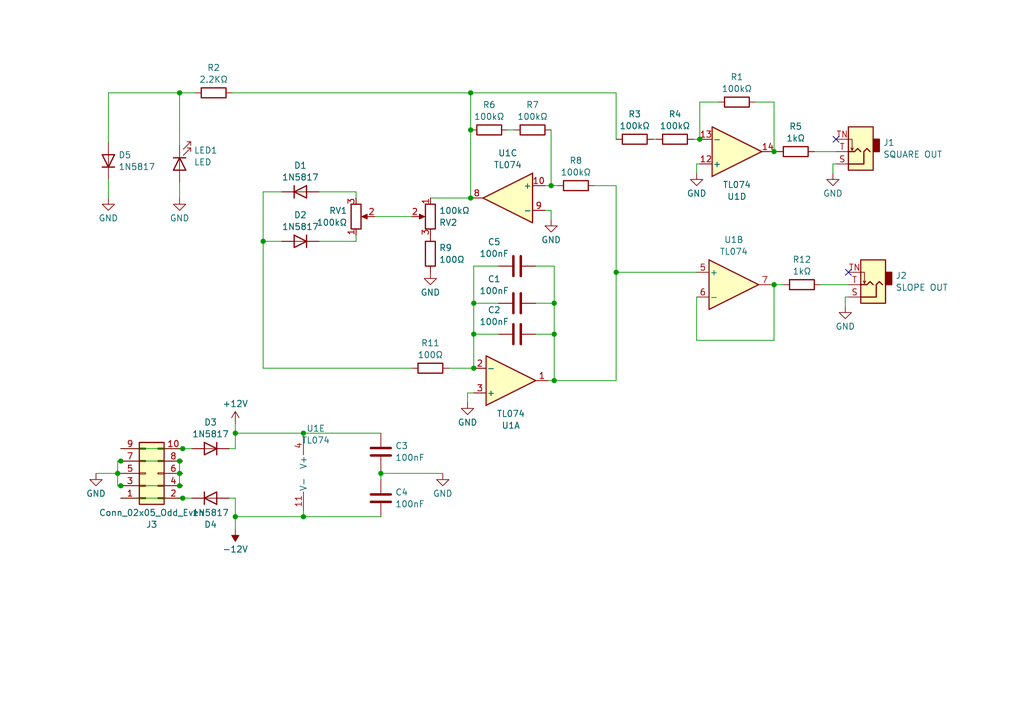
<source format=kicad_sch>
(kicad_sch
	(version 20231120)
	(generator "eeschema")
	(generator_version "8.0")
	(uuid "5577541f-4372-4493-8e70-1b60cb6cb93e")
	(paper "A5")
	(lib_symbols
		(symbol "Amplifier_Operational:TL074"
			(pin_names
				(offset 0.127)
			)
			(exclude_from_sim no)
			(in_bom yes)
			(on_board yes)
			(property "Reference" "U"
				(at 0 5.08 0)
				(effects
					(font
						(size 1.27 1.27)
					)
					(justify left)
				)
			)
			(property "Value" "TL074"
				(at 0 -5.08 0)
				(effects
					(font
						(size 1.27 1.27)
					)
					(justify left)
				)
			)
			(property "Footprint" ""
				(at -1.27 2.54 0)
				(effects
					(font
						(size 1.27 1.27)
					)
					(hide yes)
				)
			)
			(property "Datasheet" "http://www.ti.com/lit/ds/symlink/tl071.pdf"
				(at 1.27 5.08 0)
				(effects
					(font
						(size 1.27 1.27)
					)
					(hide yes)
				)
			)
			(property "Description" "Quad Low-Noise JFET-Input Operational Amplifiers, DIP-14/SOIC-14"
				(at 0 0 0)
				(effects
					(font
						(size 1.27 1.27)
					)
					(hide yes)
				)
			)
			(property "ki_locked" ""
				(at 0 0 0)
				(effects
					(font
						(size 1.27 1.27)
					)
				)
			)
			(property "ki_keywords" "quad opamp"
				(at 0 0 0)
				(effects
					(font
						(size 1.27 1.27)
					)
					(hide yes)
				)
			)
			(property "ki_fp_filters" "SOIC*3.9x8.7mm*P1.27mm* DIP*W7.62mm* TSSOP*4.4x5mm*P0.65mm* SSOP*5.3x6.2mm*P0.65mm* MSOP*3x3mm*P0.5mm*"
				(at 0 0 0)
				(effects
					(font
						(size 1.27 1.27)
					)
					(hide yes)
				)
			)
			(symbol "TL074_1_1"
				(polyline
					(pts
						(xy -5.08 5.08) (xy 5.08 0) (xy -5.08 -5.08) (xy -5.08 5.08)
					)
					(stroke
						(width 0.254)
						(type default)
					)
					(fill
						(type background)
					)
				)
				(pin output line
					(at 7.62 0 180)
					(length 2.54)
					(name "~"
						(effects
							(font
								(size 1.27 1.27)
							)
						)
					)
					(number "1"
						(effects
							(font
								(size 1.27 1.27)
							)
						)
					)
				)
				(pin input line
					(at -7.62 -2.54 0)
					(length 2.54)
					(name "-"
						(effects
							(font
								(size 1.27 1.27)
							)
						)
					)
					(number "2"
						(effects
							(font
								(size 1.27 1.27)
							)
						)
					)
				)
				(pin input line
					(at -7.62 2.54 0)
					(length 2.54)
					(name "+"
						(effects
							(font
								(size 1.27 1.27)
							)
						)
					)
					(number "3"
						(effects
							(font
								(size 1.27 1.27)
							)
						)
					)
				)
			)
			(symbol "TL074_2_1"
				(polyline
					(pts
						(xy -5.08 5.08) (xy 5.08 0) (xy -5.08 -5.08) (xy -5.08 5.08)
					)
					(stroke
						(width 0.254)
						(type default)
					)
					(fill
						(type background)
					)
				)
				(pin input line
					(at -7.62 2.54 0)
					(length 2.54)
					(name "+"
						(effects
							(font
								(size 1.27 1.27)
							)
						)
					)
					(number "5"
						(effects
							(font
								(size 1.27 1.27)
							)
						)
					)
				)
				(pin input line
					(at -7.62 -2.54 0)
					(length 2.54)
					(name "-"
						(effects
							(font
								(size 1.27 1.27)
							)
						)
					)
					(number "6"
						(effects
							(font
								(size 1.27 1.27)
							)
						)
					)
				)
				(pin output line
					(at 7.62 0 180)
					(length 2.54)
					(name "~"
						(effects
							(font
								(size 1.27 1.27)
							)
						)
					)
					(number "7"
						(effects
							(font
								(size 1.27 1.27)
							)
						)
					)
				)
			)
			(symbol "TL074_3_1"
				(polyline
					(pts
						(xy -5.08 5.08) (xy 5.08 0) (xy -5.08 -5.08) (xy -5.08 5.08)
					)
					(stroke
						(width 0.254)
						(type default)
					)
					(fill
						(type background)
					)
				)
				(pin input line
					(at -7.62 2.54 0)
					(length 2.54)
					(name "+"
						(effects
							(font
								(size 1.27 1.27)
							)
						)
					)
					(number "10"
						(effects
							(font
								(size 1.27 1.27)
							)
						)
					)
				)
				(pin output line
					(at 7.62 0 180)
					(length 2.54)
					(name "~"
						(effects
							(font
								(size 1.27 1.27)
							)
						)
					)
					(number "8"
						(effects
							(font
								(size 1.27 1.27)
							)
						)
					)
				)
				(pin input line
					(at -7.62 -2.54 0)
					(length 2.54)
					(name "-"
						(effects
							(font
								(size 1.27 1.27)
							)
						)
					)
					(number "9"
						(effects
							(font
								(size 1.27 1.27)
							)
						)
					)
				)
			)
			(symbol "TL074_4_1"
				(polyline
					(pts
						(xy -5.08 5.08) (xy 5.08 0) (xy -5.08 -5.08) (xy -5.08 5.08)
					)
					(stroke
						(width 0.254)
						(type default)
					)
					(fill
						(type background)
					)
				)
				(pin input line
					(at -7.62 2.54 0)
					(length 2.54)
					(name "+"
						(effects
							(font
								(size 1.27 1.27)
							)
						)
					)
					(number "12"
						(effects
							(font
								(size 1.27 1.27)
							)
						)
					)
				)
				(pin input line
					(at -7.62 -2.54 0)
					(length 2.54)
					(name "-"
						(effects
							(font
								(size 1.27 1.27)
							)
						)
					)
					(number "13"
						(effects
							(font
								(size 1.27 1.27)
							)
						)
					)
				)
				(pin output line
					(at 7.62 0 180)
					(length 2.54)
					(name "~"
						(effects
							(font
								(size 1.27 1.27)
							)
						)
					)
					(number "14"
						(effects
							(font
								(size 1.27 1.27)
							)
						)
					)
				)
			)
			(symbol "TL074_5_1"
				(pin power_in line
					(at -2.54 -7.62 90)
					(length 3.81)
					(name "V-"
						(effects
							(font
								(size 1.27 1.27)
							)
						)
					)
					(number "11"
						(effects
							(font
								(size 1.27 1.27)
							)
						)
					)
				)
				(pin power_in line
					(at -2.54 7.62 270)
					(length 3.81)
					(name "V+"
						(effects
							(font
								(size 1.27 1.27)
							)
						)
					)
					(number "4"
						(effects
							(font
								(size 1.27 1.27)
							)
						)
					)
				)
			)
		)
		(symbol "Connector_Audio:AudioJack2_SwitchT"
			(exclude_from_sim no)
			(in_bom yes)
			(on_board yes)
			(property "Reference" "J"
				(at 0 8.89 0)
				(effects
					(font
						(size 1.27 1.27)
					)
				)
			)
			(property "Value" "AudioJack2_SwitchT"
				(at 0 6.35 0)
				(effects
					(font
						(size 1.27 1.27)
					)
				)
			)
			(property "Footprint" ""
				(at 0 0 0)
				(effects
					(font
						(size 1.27 1.27)
					)
					(hide yes)
				)
			)
			(property "Datasheet" "~"
				(at 0 0 0)
				(effects
					(font
						(size 1.27 1.27)
					)
					(hide yes)
				)
			)
			(property "Description" "Audio Jack, 2 Poles (Mono / TS), Switched T Pole (Normalling)"
				(at 0 0 0)
				(effects
					(font
						(size 1.27 1.27)
					)
					(hide yes)
				)
			)
			(property "ki_keywords" "audio jack receptacle mono headphones phone TS connector"
				(at 0 0 0)
				(effects
					(font
						(size 1.27 1.27)
					)
					(hide yes)
				)
			)
			(property "ki_fp_filters" "Jack*"
				(at 0 0 0)
				(effects
					(font
						(size 1.27 1.27)
					)
					(hide yes)
				)
			)
			(symbol "AudioJack2_SwitchT_0_1"
				(rectangle
					(start -2.54 0)
					(end -3.81 -2.54)
					(stroke
						(width 0.254)
						(type default)
					)
					(fill
						(type outline)
					)
				)
				(polyline
					(pts
						(xy 1.778 -0.254) (xy 2.032 -0.762)
					)
					(stroke
						(width 0)
						(type default)
					)
					(fill
						(type none)
					)
				)
				(polyline
					(pts
						(xy 0 0) (xy 0.635 -0.635) (xy 1.27 0) (xy 2.54 0)
					)
					(stroke
						(width 0.254)
						(type default)
					)
					(fill
						(type none)
					)
				)
				(polyline
					(pts
						(xy 2.54 -2.54) (xy 1.778 -2.54) (xy 1.778 -0.254) (xy 1.524 -0.762)
					)
					(stroke
						(width 0)
						(type default)
					)
					(fill
						(type none)
					)
				)
				(polyline
					(pts
						(xy 2.54 2.54) (xy -0.635 2.54) (xy -0.635 0) (xy -1.27 -0.635) (xy -1.905 0)
					)
					(stroke
						(width 0.254)
						(type default)
					)
					(fill
						(type none)
					)
				)
				(rectangle
					(start 2.54 3.81)
					(end -2.54 -5.08)
					(stroke
						(width 0.254)
						(type default)
					)
					(fill
						(type background)
					)
				)
			)
			(symbol "AudioJack2_SwitchT_1_1"
				(pin passive line
					(at 5.08 2.54 180)
					(length 2.54)
					(name "~"
						(effects
							(font
								(size 1.27 1.27)
							)
						)
					)
					(number "S"
						(effects
							(font
								(size 1.27 1.27)
							)
						)
					)
				)
				(pin passive line
					(at 5.08 0 180)
					(length 2.54)
					(name "~"
						(effects
							(font
								(size 1.27 1.27)
							)
						)
					)
					(number "T"
						(effects
							(font
								(size 1.27 1.27)
							)
						)
					)
				)
				(pin passive line
					(at 5.08 -2.54 180)
					(length 2.54)
					(name "~"
						(effects
							(font
								(size 1.27 1.27)
							)
						)
					)
					(number "TN"
						(effects
							(font
								(size 1.27 1.27)
							)
						)
					)
				)
			)
		)
		(symbol "Connector_Generic:Conn_02x05_Odd_Even"
			(pin_names
				(offset 1.016) hide)
			(exclude_from_sim no)
			(in_bom yes)
			(on_board yes)
			(property "Reference" "J"
				(at 1.27 7.62 0)
				(effects
					(font
						(size 1.27 1.27)
					)
				)
			)
			(property "Value" "Conn_02x05_Odd_Even"
				(at 1.27 -7.62 0)
				(effects
					(font
						(size 1.27 1.27)
					)
				)
			)
			(property "Footprint" ""
				(at 0 0 0)
				(effects
					(font
						(size 1.27 1.27)
					)
					(hide yes)
				)
			)
			(property "Datasheet" "~"
				(at 0 0 0)
				(effects
					(font
						(size 1.27 1.27)
					)
					(hide yes)
				)
			)
			(property "Description" "Generic connector, double row, 02x05, odd/even pin numbering scheme (row 1 odd numbers, row 2 even numbers), script generated (kicad-library-utils/schlib/autogen/connector/)"
				(at 0 0 0)
				(effects
					(font
						(size 1.27 1.27)
					)
					(hide yes)
				)
			)
			(property "ki_keywords" "connector"
				(at 0 0 0)
				(effects
					(font
						(size 1.27 1.27)
					)
					(hide yes)
				)
			)
			(property "ki_fp_filters" "Connector*:*_2x??_*"
				(at 0 0 0)
				(effects
					(font
						(size 1.27 1.27)
					)
					(hide yes)
				)
			)
			(symbol "Conn_02x05_Odd_Even_1_1"
				(rectangle
					(start -1.27 -4.953)
					(end 0 -5.207)
					(stroke
						(width 0.1524)
						(type default)
					)
					(fill
						(type none)
					)
				)
				(rectangle
					(start -1.27 -2.413)
					(end 0 -2.667)
					(stroke
						(width 0.1524)
						(type default)
					)
					(fill
						(type none)
					)
				)
				(rectangle
					(start -1.27 0.127)
					(end 0 -0.127)
					(stroke
						(width 0.1524)
						(type default)
					)
					(fill
						(type none)
					)
				)
				(rectangle
					(start -1.27 2.667)
					(end 0 2.413)
					(stroke
						(width 0.1524)
						(type default)
					)
					(fill
						(type none)
					)
				)
				(rectangle
					(start -1.27 5.207)
					(end 0 4.953)
					(stroke
						(width 0.1524)
						(type default)
					)
					(fill
						(type none)
					)
				)
				(rectangle
					(start -1.27 6.35)
					(end 3.81 -6.35)
					(stroke
						(width 0.254)
						(type default)
					)
					(fill
						(type background)
					)
				)
				(rectangle
					(start 3.81 -4.953)
					(end 2.54 -5.207)
					(stroke
						(width 0.1524)
						(type default)
					)
					(fill
						(type none)
					)
				)
				(rectangle
					(start 3.81 -2.413)
					(end 2.54 -2.667)
					(stroke
						(width 0.1524)
						(type default)
					)
					(fill
						(type none)
					)
				)
				(rectangle
					(start 3.81 0.127)
					(end 2.54 -0.127)
					(stroke
						(width 0.1524)
						(type default)
					)
					(fill
						(type none)
					)
				)
				(rectangle
					(start 3.81 2.667)
					(end 2.54 2.413)
					(stroke
						(width 0.1524)
						(type default)
					)
					(fill
						(type none)
					)
				)
				(rectangle
					(start 3.81 5.207)
					(end 2.54 4.953)
					(stroke
						(width 0.1524)
						(type default)
					)
					(fill
						(type none)
					)
				)
				(pin passive line
					(at -5.08 5.08 0)
					(length 3.81)
					(name "Pin_1"
						(effects
							(font
								(size 1.27 1.27)
							)
						)
					)
					(number "1"
						(effects
							(font
								(size 1.27 1.27)
							)
						)
					)
				)
				(pin passive line
					(at 7.62 -5.08 180)
					(length 3.81)
					(name "Pin_10"
						(effects
							(font
								(size 1.27 1.27)
							)
						)
					)
					(number "10"
						(effects
							(font
								(size 1.27 1.27)
							)
						)
					)
				)
				(pin passive line
					(at 7.62 5.08 180)
					(length 3.81)
					(name "Pin_2"
						(effects
							(font
								(size 1.27 1.27)
							)
						)
					)
					(number "2"
						(effects
							(font
								(size 1.27 1.27)
							)
						)
					)
				)
				(pin passive line
					(at -5.08 2.54 0)
					(length 3.81)
					(name "Pin_3"
						(effects
							(font
								(size 1.27 1.27)
							)
						)
					)
					(number "3"
						(effects
							(font
								(size 1.27 1.27)
							)
						)
					)
				)
				(pin passive line
					(at 7.62 2.54 180)
					(length 3.81)
					(name "Pin_4"
						(effects
							(font
								(size 1.27 1.27)
							)
						)
					)
					(number "4"
						(effects
							(font
								(size 1.27 1.27)
							)
						)
					)
				)
				(pin passive line
					(at -5.08 0 0)
					(length 3.81)
					(name "Pin_5"
						(effects
							(font
								(size 1.27 1.27)
							)
						)
					)
					(number "5"
						(effects
							(font
								(size 1.27 1.27)
							)
						)
					)
				)
				(pin passive line
					(at 7.62 0 180)
					(length 3.81)
					(name "Pin_6"
						(effects
							(font
								(size 1.27 1.27)
							)
						)
					)
					(number "6"
						(effects
							(font
								(size 1.27 1.27)
							)
						)
					)
				)
				(pin passive line
					(at -5.08 -2.54 0)
					(length 3.81)
					(name "Pin_7"
						(effects
							(font
								(size 1.27 1.27)
							)
						)
					)
					(number "7"
						(effects
							(font
								(size 1.27 1.27)
							)
						)
					)
				)
				(pin passive line
					(at 7.62 -2.54 180)
					(length 3.81)
					(name "Pin_8"
						(effects
							(font
								(size 1.27 1.27)
							)
						)
					)
					(number "8"
						(effects
							(font
								(size 1.27 1.27)
							)
						)
					)
				)
				(pin passive line
					(at -5.08 -5.08 0)
					(length 3.81)
					(name "Pin_9"
						(effects
							(font
								(size 1.27 1.27)
							)
						)
					)
					(number "9"
						(effects
							(font
								(size 1.27 1.27)
							)
						)
					)
				)
			)
		)
		(symbol "Device:C"
			(pin_numbers hide)
			(pin_names
				(offset 0.254)
			)
			(exclude_from_sim no)
			(in_bom yes)
			(on_board yes)
			(property "Reference" "C"
				(at 0.635 2.54 0)
				(effects
					(font
						(size 1.27 1.27)
					)
					(justify left)
				)
			)
			(property "Value" "C"
				(at 0.635 -2.54 0)
				(effects
					(font
						(size 1.27 1.27)
					)
					(justify left)
				)
			)
			(property "Footprint" ""
				(at 0.9652 -3.81 0)
				(effects
					(font
						(size 1.27 1.27)
					)
					(hide yes)
				)
			)
			(property "Datasheet" "~"
				(at 0 0 0)
				(effects
					(font
						(size 1.27 1.27)
					)
					(hide yes)
				)
			)
			(property "Description" "Unpolarized capacitor"
				(at 0 0 0)
				(effects
					(font
						(size 1.27 1.27)
					)
					(hide yes)
				)
			)
			(property "ki_keywords" "cap capacitor"
				(at 0 0 0)
				(effects
					(font
						(size 1.27 1.27)
					)
					(hide yes)
				)
			)
			(property "ki_fp_filters" "C_*"
				(at 0 0 0)
				(effects
					(font
						(size 1.27 1.27)
					)
					(hide yes)
				)
			)
			(symbol "C_0_1"
				(polyline
					(pts
						(xy -2.032 -0.762) (xy 2.032 -0.762)
					)
					(stroke
						(width 0.508)
						(type default)
					)
					(fill
						(type none)
					)
				)
				(polyline
					(pts
						(xy -2.032 0.762) (xy 2.032 0.762)
					)
					(stroke
						(width 0.508)
						(type default)
					)
					(fill
						(type none)
					)
				)
			)
			(symbol "C_1_1"
				(pin passive line
					(at 0 3.81 270)
					(length 2.794)
					(name "~"
						(effects
							(font
								(size 1.27 1.27)
							)
						)
					)
					(number "1"
						(effects
							(font
								(size 1.27 1.27)
							)
						)
					)
				)
				(pin passive line
					(at 0 -3.81 90)
					(length 2.794)
					(name "~"
						(effects
							(font
								(size 1.27 1.27)
							)
						)
					)
					(number "2"
						(effects
							(font
								(size 1.27 1.27)
							)
						)
					)
				)
			)
		)
		(symbol "Device:D"
			(pin_numbers hide)
			(pin_names
				(offset 1.016) hide)
			(exclude_from_sim no)
			(in_bom yes)
			(on_board yes)
			(property "Reference" "D"
				(at 0 2.54 0)
				(effects
					(font
						(size 1.27 1.27)
					)
				)
			)
			(property "Value" "D"
				(at 0 -2.54 0)
				(effects
					(font
						(size 1.27 1.27)
					)
				)
			)
			(property "Footprint" ""
				(at 0 0 0)
				(effects
					(font
						(size 1.27 1.27)
					)
					(hide yes)
				)
			)
			(property "Datasheet" "~"
				(at 0 0 0)
				(effects
					(font
						(size 1.27 1.27)
					)
					(hide yes)
				)
			)
			(property "Description" "Diode"
				(at 0 0 0)
				(effects
					(font
						(size 1.27 1.27)
					)
					(hide yes)
				)
			)
			(property "Sim.Device" "D"
				(at 0 0 0)
				(effects
					(font
						(size 1.27 1.27)
					)
					(hide yes)
				)
			)
			(property "Sim.Pins" "1=K 2=A"
				(at 0 0 0)
				(effects
					(font
						(size 1.27 1.27)
					)
					(hide yes)
				)
			)
			(property "ki_keywords" "diode"
				(at 0 0 0)
				(effects
					(font
						(size 1.27 1.27)
					)
					(hide yes)
				)
			)
			(property "ki_fp_filters" "TO-???* *_Diode_* *SingleDiode* D_*"
				(at 0 0 0)
				(effects
					(font
						(size 1.27 1.27)
					)
					(hide yes)
				)
			)
			(symbol "D_0_1"
				(polyline
					(pts
						(xy -1.27 1.27) (xy -1.27 -1.27)
					)
					(stroke
						(width 0.254)
						(type default)
					)
					(fill
						(type none)
					)
				)
				(polyline
					(pts
						(xy 1.27 0) (xy -1.27 0)
					)
					(stroke
						(width 0)
						(type default)
					)
					(fill
						(type none)
					)
				)
				(polyline
					(pts
						(xy 1.27 1.27) (xy 1.27 -1.27) (xy -1.27 0) (xy 1.27 1.27)
					)
					(stroke
						(width 0.254)
						(type default)
					)
					(fill
						(type none)
					)
				)
			)
			(symbol "D_1_1"
				(pin passive line
					(at -3.81 0 0)
					(length 2.54)
					(name "K"
						(effects
							(font
								(size 1.27 1.27)
							)
						)
					)
					(number "1"
						(effects
							(font
								(size 1.27 1.27)
							)
						)
					)
				)
				(pin passive line
					(at 3.81 0 180)
					(length 2.54)
					(name "A"
						(effects
							(font
								(size 1.27 1.27)
							)
						)
					)
					(number "2"
						(effects
							(font
								(size 1.27 1.27)
							)
						)
					)
				)
			)
		)
		(symbol "Device:LED"
			(pin_numbers hide)
			(pin_names
				(offset 1.016) hide)
			(exclude_from_sim no)
			(in_bom yes)
			(on_board yes)
			(property "Reference" "D"
				(at 0 2.54 0)
				(effects
					(font
						(size 1.27 1.27)
					)
				)
			)
			(property "Value" "LED"
				(at 0 -2.54 0)
				(effects
					(font
						(size 1.27 1.27)
					)
				)
			)
			(property "Footprint" ""
				(at 0 0 0)
				(effects
					(font
						(size 1.27 1.27)
					)
					(hide yes)
				)
			)
			(property "Datasheet" "~"
				(at 0 0 0)
				(effects
					(font
						(size 1.27 1.27)
					)
					(hide yes)
				)
			)
			(property "Description" "Light emitting diode"
				(at 0 0 0)
				(effects
					(font
						(size 1.27 1.27)
					)
					(hide yes)
				)
			)
			(property "ki_keywords" "LED diode"
				(at 0 0 0)
				(effects
					(font
						(size 1.27 1.27)
					)
					(hide yes)
				)
			)
			(property "ki_fp_filters" "LED* LED_SMD:* LED_THT:*"
				(at 0 0 0)
				(effects
					(font
						(size 1.27 1.27)
					)
					(hide yes)
				)
			)
			(symbol "LED_0_1"
				(polyline
					(pts
						(xy -1.27 -1.27) (xy -1.27 1.27)
					)
					(stroke
						(width 0.254)
						(type default)
					)
					(fill
						(type none)
					)
				)
				(polyline
					(pts
						(xy -1.27 0) (xy 1.27 0)
					)
					(stroke
						(width 0)
						(type default)
					)
					(fill
						(type none)
					)
				)
				(polyline
					(pts
						(xy 1.27 -1.27) (xy 1.27 1.27) (xy -1.27 0) (xy 1.27 -1.27)
					)
					(stroke
						(width 0.254)
						(type default)
					)
					(fill
						(type none)
					)
				)
				(polyline
					(pts
						(xy -3.048 -0.762) (xy -4.572 -2.286) (xy -3.81 -2.286) (xy -4.572 -2.286) (xy -4.572 -1.524)
					)
					(stroke
						(width 0)
						(type default)
					)
					(fill
						(type none)
					)
				)
				(polyline
					(pts
						(xy -1.778 -0.762) (xy -3.302 -2.286) (xy -2.54 -2.286) (xy -3.302 -2.286) (xy -3.302 -1.524)
					)
					(stroke
						(width 0)
						(type default)
					)
					(fill
						(type none)
					)
				)
			)
			(symbol "LED_1_1"
				(pin passive line
					(at -3.81 0 0)
					(length 2.54)
					(name "K"
						(effects
							(font
								(size 1.27 1.27)
							)
						)
					)
					(number "1"
						(effects
							(font
								(size 1.27 1.27)
							)
						)
					)
				)
				(pin passive line
					(at 3.81 0 180)
					(length 2.54)
					(name "A"
						(effects
							(font
								(size 1.27 1.27)
							)
						)
					)
					(number "2"
						(effects
							(font
								(size 1.27 1.27)
							)
						)
					)
				)
			)
		)
		(symbol "Device:R"
			(pin_numbers hide)
			(pin_names
				(offset 0)
			)
			(exclude_from_sim no)
			(in_bom yes)
			(on_board yes)
			(property "Reference" "R"
				(at 2.032 0 90)
				(effects
					(font
						(size 1.27 1.27)
					)
				)
			)
			(property "Value" "R"
				(at 0 0 90)
				(effects
					(font
						(size 1.27 1.27)
					)
				)
			)
			(property "Footprint" ""
				(at -1.778 0 90)
				(effects
					(font
						(size 1.27 1.27)
					)
					(hide yes)
				)
			)
			(property "Datasheet" "~"
				(at 0 0 0)
				(effects
					(font
						(size 1.27 1.27)
					)
					(hide yes)
				)
			)
			(property "Description" "Resistor"
				(at 0 0 0)
				(effects
					(font
						(size 1.27 1.27)
					)
					(hide yes)
				)
			)
			(property "ki_keywords" "R res resistor"
				(at 0 0 0)
				(effects
					(font
						(size 1.27 1.27)
					)
					(hide yes)
				)
			)
			(property "ki_fp_filters" "R_*"
				(at 0 0 0)
				(effects
					(font
						(size 1.27 1.27)
					)
					(hide yes)
				)
			)
			(symbol "R_0_1"
				(rectangle
					(start -1.016 -2.54)
					(end 1.016 2.54)
					(stroke
						(width 0.254)
						(type default)
					)
					(fill
						(type none)
					)
				)
			)
			(symbol "R_1_1"
				(pin passive line
					(at 0 3.81 270)
					(length 1.27)
					(name "~"
						(effects
							(font
								(size 1.27 1.27)
							)
						)
					)
					(number "1"
						(effects
							(font
								(size 1.27 1.27)
							)
						)
					)
				)
				(pin passive line
					(at 0 -3.81 90)
					(length 1.27)
					(name "~"
						(effects
							(font
								(size 1.27 1.27)
							)
						)
					)
					(number "2"
						(effects
							(font
								(size 1.27 1.27)
							)
						)
					)
				)
			)
		)
		(symbol "Device:R_Potentiometer"
			(pin_names
				(offset 1.016) hide)
			(exclude_from_sim no)
			(in_bom yes)
			(on_board yes)
			(property "Reference" "RV"
				(at -4.445 0 90)
				(effects
					(font
						(size 1.27 1.27)
					)
				)
			)
			(property "Value" "R_Potentiometer"
				(at -2.54 0 90)
				(effects
					(font
						(size 1.27 1.27)
					)
				)
			)
			(property "Footprint" ""
				(at 0 0 0)
				(effects
					(font
						(size 1.27 1.27)
					)
					(hide yes)
				)
			)
			(property "Datasheet" "~"
				(at 0 0 0)
				(effects
					(font
						(size 1.27 1.27)
					)
					(hide yes)
				)
			)
			(property "Description" "Potentiometer"
				(at 0 0 0)
				(effects
					(font
						(size 1.27 1.27)
					)
					(hide yes)
				)
			)
			(property "ki_keywords" "resistor variable"
				(at 0 0 0)
				(effects
					(font
						(size 1.27 1.27)
					)
					(hide yes)
				)
			)
			(property "ki_fp_filters" "Potentiometer*"
				(at 0 0 0)
				(effects
					(font
						(size 1.27 1.27)
					)
					(hide yes)
				)
			)
			(symbol "R_Potentiometer_0_1"
				(polyline
					(pts
						(xy 2.54 0) (xy 1.524 0)
					)
					(stroke
						(width 0)
						(type default)
					)
					(fill
						(type none)
					)
				)
				(polyline
					(pts
						(xy 1.143 0) (xy 2.286 0.508) (xy 2.286 -0.508) (xy 1.143 0)
					)
					(stroke
						(width 0)
						(type default)
					)
					(fill
						(type outline)
					)
				)
				(rectangle
					(start 1.016 2.54)
					(end -1.016 -2.54)
					(stroke
						(width 0.254)
						(type default)
					)
					(fill
						(type none)
					)
				)
			)
			(symbol "R_Potentiometer_1_1"
				(pin passive line
					(at 0 3.81 270)
					(length 1.27)
					(name "1"
						(effects
							(font
								(size 1.27 1.27)
							)
						)
					)
					(number "1"
						(effects
							(font
								(size 1.27 1.27)
							)
						)
					)
				)
				(pin passive line
					(at 3.81 0 180)
					(length 1.27)
					(name "2"
						(effects
							(font
								(size 1.27 1.27)
							)
						)
					)
					(number "2"
						(effects
							(font
								(size 1.27 1.27)
							)
						)
					)
				)
				(pin passive line
					(at 0 -3.81 90)
					(length 1.27)
					(name "3"
						(effects
							(font
								(size 1.27 1.27)
							)
						)
					)
					(number "3"
						(effects
							(font
								(size 1.27 1.27)
							)
						)
					)
				)
			)
		)
		(symbol "power:+12V"
			(power)
			(pin_names
				(offset 0)
			)
			(exclude_from_sim no)
			(in_bom yes)
			(on_board yes)
			(property "Reference" "#PWR"
				(at 0 -3.81 0)
				(effects
					(font
						(size 1.27 1.27)
					)
					(hide yes)
				)
			)
			(property "Value" "+12V"
				(at 0 3.556 0)
				(effects
					(font
						(size 1.27 1.27)
					)
				)
			)
			(property "Footprint" ""
				(at 0 0 0)
				(effects
					(font
						(size 1.27 1.27)
					)
					(hide yes)
				)
			)
			(property "Datasheet" ""
				(at 0 0 0)
				(effects
					(font
						(size 1.27 1.27)
					)
					(hide yes)
				)
			)
			(property "Description" "Power symbol creates a global label with name \"+12V\""
				(at 0 0 0)
				(effects
					(font
						(size 1.27 1.27)
					)
					(hide yes)
				)
			)
			(property "ki_keywords" "global power"
				(at 0 0 0)
				(effects
					(font
						(size 1.27 1.27)
					)
					(hide yes)
				)
			)
			(symbol "+12V_0_1"
				(polyline
					(pts
						(xy -0.762 1.27) (xy 0 2.54)
					)
					(stroke
						(width 0)
						(type default)
					)
					(fill
						(type none)
					)
				)
				(polyline
					(pts
						(xy 0 0) (xy 0 2.54)
					)
					(stroke
						(width 0)
						(type default)
					)
					(fill
						(type none)
					)
				)
				(polyline
					(pts
						(xy 0 2.54) (xy 0.762 1.27)
					)
					(stroke
						(width 0)
						(type default)
					)
					(fill
						(type none)
					)
				)
			)
			(symbol "+12V_1_1"
				(pin power_in line
					(at 0 0 90)
					(length 0) hide
					(name "+12V"
						(effects
							(font
								(size 1.27 1.27)
							)
						)
					)
					(number "1"
						(effects
							(font
								(size 1.27 1.27)
							)
						)
					)
				)
			)
		)
		(symbol "power:-12V"
			(power)
			(pin_names
				(offset 0)
			)
			(exclude_from_sim no)
			(in_bom yes)
			(on_board yes)
			(property "Reference" "#PWR"
				(at 0 2.54 0)
				(effects
					(font
						(size 1.27 1.27)
					)
					(hide yes)
				)
			)
			(property "Value" "-12V"
				(at 0 3.81 0)
				(effects
					(font
						(size 1.27 1.27)
					)
				)
			)
			(property "Footprint" ""
				(at 0 0 0)
				(effects
					(font
						(size 1.27 1.27)
					)
					(hide yes)
				)
			)
			(property "Datasheet" ""
				(at 0 0 0)
				(effects
					(font
						(size 1.27 1.27)
					)
					(hide yes)
				)
			)
			(property "Description" "Power symbol creates a global label with name \"-12V\""
				(at 0 0 0)
				(effects
					(font
						(size 1.27 1.27)
					)
					(hide yes)
				)
			)
			(property "ki_keywords" "global power"
				(at 0 0 0)
				(effects
					(font
						(size 1.27 1.27)
					)
					(hide yes)
				)
			)
			(symbol "-12V_0_0"
				(pin power_in line
					(at 0 0 90)
					(length 0) hide
					(name "-12V"
						(effects
							(font
								(size 1.27 1.27)
							)
						)
					)
					(number "1"
						(effects
							(font
								(size 1.27 1.27)
							)
						)
					)
				)
			)
			(symbol "-12V_0_1"
				(polyline
					(pts
						(xy 0 0) (xy 0 1.27) (xy 0.762 1.27) (xy 0 2.54) (xy -0.762 1.27) (xy 0 1.27)
					)
					(stroke
						(width 0)
						(type default)
					)
					(fill
						(type outline)
					)
				)
			)
		)
		(symbol "power:GND"
			(power)
			(pin_names
				(offset 0)
			)
			(exclude_from_sim no)
			(in_bom yes)
			(on_board yes)
			(property "Reference" "#PWR"
				(at 0 -6.35 0)
				(effects
					(font
						(size 1.27 1.27)
					)
					(hide yes)
				)
			)
			(property "Value" "GND"
				(at 0 -3.81 0)
				(effects
					(font
						(size 1.27 1.27)
					)
				)
			)
			(property "Footprint" ""
				(at 0 0 0)
				(effects
					(font
						(size 1.27 1.27)
					)
					(hide yes)
				)
			)
			(property "Datasheet" ""
				(at 0 0 0)
				(effects
					(font
						(size 1.27 1.27)
					)
					(hide yes)
				)
			)
			(property "Description" "Power symbol creates a global label with name \"GND\" , ground"
				(at 0 0 0)
				(effects
					(font
						(size 1.27 1.27)
					)
					(hide yes)
				)
			)
			(property "ki_keywords" "global power"
				(at 0 0 0)
				(effects
					(font
						(size 1.27 1.27)
					)
					(hide yes)
				)
			)
			(symbol "GND_0_1"
				(polyline
					(pts
						(xy 0 0) (xy 0 -1.27) (xy 1.27 -1.27) (xy 0 -2.54) (xy -1.27 -1.27) (xy 0 -1.27)
					)
					(stroke
						(width 0)
						(type default)
					)
					(fill
						(type none)
					)
				)
			)
			(symbol "GND_1_1"
				(pin power_in line
					(at 0 0 270)
					(length 0) hide
					(name "GND"
						(effects
							(font
								(size 1.27 1.27)
							)
						)
					)
					(number "1"
						(effects
							(font
								(size 1.27 1.27)
							)
						)
					)
				)
			)
		)
	)
	(junction
		(at 97.155 75.565)
		(diameter 0)
		(color 0 0 0 0)
		(uuid "06fe38e7-ba3d-49a0-abae-389c7e3c2501")
	)
	(junction
		(at 97.155 68.58)
		(diameter 0)
		(color 0 0 0 0)
		(uuid "09400971-525a-4c03-ab12-83e453146af9")
	)
	(junction
		(at 96.52 19.05)
		(diameter 0)
		(color 0 0 0 0)
		(uuid "1ce4aadd-ac5e-4ac9-a275-364f62f2f600")
	)
	(junction
		(at 36.83 99.695)
		(diameter 0)
		(color 0 0 0 0)
		(uuid "229b8594-a3fd-4147-bad3-b39e15db38ef")
	)
	(junction
		(at 78.105 97.155)
		(diameter 0)
		(color 0 0 0 0)
		(uuid "25fb22af-e480-4235-8697-30ab84d8a5f8")
	)
	(junction
		(at 37.465 92.075)
		(diameter 0)
		(color 0 0 0 0)
		(uuid "4577f6e1-eae1-49c2-b88c-5e74d0493b41")
	)
	(junction
		(at 158.75 58.42)
		(diameter 0)
		(color 0 0 0 0)
		(uuid "51e50b3f-6b69-498a-94f6-97a8986206d1")
	)
	(junction
		(at 24.13 97.155)
		(diameter 0)
		(color 0 0 0 0)
		(uuid "5294b177-28ab-482d-8103-eb5c80181560")
	)
	(junction
		(at 143.51 28.575)
		(diameter 0)
		(color 0 0 0 0)
		(uuid "55f762e1-6723-4f3b-b937-b07ce8efcfdc")
	)
	(junction
		(at 48.26 88.9)
		(diameter 0)
		(color 0 0 0 0)
		(uuid "5f4faa3a-b02f-40c7-823e-478047e83801")
	)
	(junction
		(at 96.52 26.67)
		(diameter 0)
		(color 0 0 0 0)
		(uuid "6046b233-e9dc-4ce3-b22f-2855dda7a213")
	)
	(junction
		(at 53.975 49.53)
		(diameter 0)
		(color 0 0 0 0)
		(uuid "6962c630-c42c-4cbe-b0d4-34a5efa87471")
	)
	(junction
		(at 113.665 78.105)
		(diameter 0)
		(color 0 0 0 0)
		(uuid "69b2c2d5-2217-4849-951e-55b8c4da36e2")
	)
	(junction
		(at 96.52 40.64)
		(diameter 0)
		(color 0 0 0 0)
		(uuid "706812a7-ac0a-4bab-bd53-2cd04a8f7f02")
	)
	(junction
		(at 62.23 88.9)
		(diameter 0)
		(color 0 0 0 0)
		(uuid "767dfa44-71f5-4ef1-b591-cb40992e5e75")
	)
	(junction
		(at 37.465 102.235)
		(diameter 0)
		(color 0 0 0 0)
		(uuid "7f1a5a5f-b2c5-4289-a1d8-e15cc415eed9")
	)
	(junction
		(at 126.365 55.88)
		(diameter 0)
		(color 0 0 0 0)
		(uuid "820c82e3-5c8d-449f-93a4-8612aaad92c3")
	)
	(junction
		(at 158.75 31.115)
		(diameter 0)
		(color 0 0 0 0)
		(uuid "900cebb4-b986-41bb-9682-ac5623b79038")
	)
	(junction
		(at 113.665 62.23)
		(diameter 0)
		(color 0 0 0 0)
		(uuid "9190cfaf-838b-47e4-84bd-ec54bcfcf2c4")
	)
	(junction
		(at 97.155 62.23)
		(diameter 0)
		(color 0 0 0 0)
		(uuid "9d1cc063-38e3-443a-be1c-91ec97aa7ac9")
	)
	(junction
		(at 48.26 106.045)
		(diameter 0)
		(color 0 0 0 0)
		(uuid "a41baf75-e349-4ed0-b8f0-b97138da948d")
	)
	(junction
		(at 36.83 94.615)
		(diameter 0)
		(color 0 0 0 0)
		(uuid "aee13b0e-8562-4838-b37a-9cd978a9c401")
	)
	(junction
		(at 24.765 94.615)
		(diameter 0)
		(color 0 0 0 0)
		(uuid "c43cf464-f669-4a59-87e7-71d6dbde922a")
	)
	(junction
		(at 24.765 99.695)
		(diameter 0)
		(color 0 0 0 0)
		(uuid "d8b2ad55-b45f-4bc4-b69d-2276317c1427")
	)
	(junction
		(at 62.23 106.045)
		(diameter 0)
		(color 0 0 0 0)
		(uuid "e21664a1-35d0-423e-a4e3-caebcc850f48")
	)
	(junction
		(at 36.83 97.155)
		(diameter 0)
		(color 0 0 0 0)
		(uuid "e9dc3e2a-e30c-4e3e-b8d9-187b0c758a27")
	)
	(junction
		(at 113.665 68.58)
		(diameter 0)
		(color 0 0 0 0)
		(uuid "ec41d553-811d-4dd3-8dde-6cff22a2db5a")
	)
	(junction
		(at 113.03 38.1)
		(diameter 0)
		(color 0 0 0 0)
		(uuid "ee0b7c94-0217-4eb5-90ff-e0e1d65abee2")
	)
	(junction
		(at 36.83 19.05)
		(diameter 0)
		(color 0 0 0 0)
		(uuid "f70a6fe8-7a98-44cb-844d-a95b65fae67d")
	)
	(no_connect
		(at 171.45 28.575)
		(uuid "1096466c-aa05-4df4-a706-a9d9a31f05b2")
	)
	(no_connect
		(at 173.99 55.88)
		(uuid "43d75b89-43aa-4a98-9db8-fe1d387a188d")
	)
	(wire
		(pts
			(xy 78.105 97.155) (xy 90.805 97.155)
		)
		(stroke
			(width 0)
			(type default)
		)
		(uuid "001de78a-3807-4367-a1e8-8db33f466c70")
	)
	(wire
		(pts
			(xy 24.13 99.695) (xy 24.765 99.695)
		)
		(stroke
			(width 0)
			(type default)
		)
		(uuid "03a8826d-e112-44a6-94e6-16a84aeda55c")
	)
	(wire
		(pts
			(xy 62.23 106.045) (xy 78.105 106.045)
		)
		(stroke
			(width 0)
			(type default)
		)
		(uuid "08ec864a-ca23-4ea5-baa2-f3df5792be83")
	)
	(wire
		(pts
			(xy 92.075 75.565) (xy 97.155 75.565)
		)
		(stroke
			(width 0)
			(type default)
		)
		(uuid "0e81a0da-5da4-41d6-b6e2-b3cee1adf5b5")
	)
	(wire
		(pts
			(xy 48.26 86.995) (xy 48.26 88.9)
		)
		(stroke
			(width 0)
			(type default)
		)
		(uuid "1015ae2b-40f4-43c8-ba65-8187d1330911")
	)
	(wire
		(pts
			(xy 62.23 106.045) (xy 48.26 106.045)
		)
		(stroke
			(width 0)
			(type default)
		)
		(uuid "1218aad6-90e7-48e3-88d8-4757cd9522d7")
	)
	(wire
		(pts
			(xy 53.975 49.53) (xy 57.785 49.53)
		)
		(stroke
			(width 0)
			(type default)
		)
		(uuid "1577b98d-ae5c-48b8-b9ae-9fdb38e1a9df")
	)
	(wire
		(pts
			(xy 126.365 55.88) (xy 126.365 78.105)
		)
		(stroke
			(width 0)
			(type default)
		)
		(uuid "211842a9-bc99-41fa-ab45-164d8c060021")
	)
	(wire
		(pts
			(xy 46.99 92.075) (xy 48.26 92.075)
		)
		(stroke
			(width 0)
			(type default)
		)
		(uuid "221ce0b7-5c7d-4735-a401-eed2b7c15305")
	)
	(wire
		(pts
			(xy 168.275 58.42) (xy 173.99 58.42)
		)
		(stroke
			(width 0)
			(type default)
		)
		(uuid "22edcc24-4229-4990-a3ef-20decceba348")
	)
	(wire
		(pts
			(xy 65.405 49.53) (xy 73.025 49.53)
		)
		(stroke
			(width 0)
			(type default)
		)
		(uuid "23b02da0-1f52-4a16-8dbb-bdeb32b50cc6")
	)
	(wire
		(pts
			(xy 97.155 68.58) (xy 97.155 75.565)
		)
		(stroke
			(width 0)
			(type default)
		)
		(uuid "23b22650-f217-4abc-a7bf-27c6366157a8")
	)
	(wire
		(pts
			(xy 111.76 43.18) (xy 113.03 43.18)
		)
		(stroke
			(width 0)
			(type default)
		)
		(uuid "254b65ce-fa56-4508-b994-f529ad3d3377")
	)
	(wire
		(pts
			(xy 39.37 92.075) (xy 37.465 92.075)
		)
		(stroke
			(width 0)
			(type default)
		)
		(uuid "269a68e3-bc61-46ef-a81a-f5a246f4d143")
	)
	(wire
		(pts
			(xy 36.83 19.05) (xy 40.005 19.05)
		)
		(stroke
			(width 0)
			(type default)
		)
		(uuid "2845d124-fbd6-4a8c-9fc6-925ea63b1efb")
	)
	(wire
		(pts
			(xy 78.105 96.52) (xy 78.105 97.155)
		)
		(stroke
			(width 0)
			(type default)
		)
		(uuid "2b914ff3-9379-4ca9-a2ac-46f01f0f7389")
	)
	(wire
		(pts
			(xy 24.765 97.155) (xy 24.13 97.155)
		)
		(stroke
			(width 0)
			(type default)
		)
		(uuid "2bfd213b-6c0f-47d7-94e5-37cb51edf1b8")
	)
	(wire
		(pts
			(xy 22.225 29.21) (xy 22.225 19.05)
		)
		(stroke
			(width 0)
			(type default)
		)
		(uuid "2d7ee8a0-f1d3-418b-85de-64fdbe35fd92")
	)
	(wire
		(pts
			(xy 158.75 20.955) (xy 158.75 31.115)
		)
		(stroke
			(width 0)
			(type default)
		)
		(uuid "322ee953-1932-4e98-a7db-4a501add0df2")
	)
	(wire
		(pts
			(xy 170.815 33.655) (xy 170.815 35.56)
		)
		(stroke
			(width 0)
			(type default)
		)
		(uuid "343d97b4-6f67-44d7-8fdd-15baa3f634d4")
	)
	(wire
		(pts
			(xy 37.465 97.155) (xy 36.83 97.155)
		)
		(stroke
			(width 0)
			(type default)
		)
		(uuid "36a63fc5-b332-409f-a608-92b4281c4960")
	)
	(wire
		(pts
			(xy 24.13 97.155) (xy 24.13 94.615)
		)
		(stroke
			(width 0)
			(type default)
		)
		(uuid "395125b8-699b-4455-af6a-88136fc49298")
	)
	(wire
		(pts
			(xy 46.99 102.235) (xy 48.26 102.235)
		)
		(stroke
			(width 0)
			(type default)
		)
		(uuid "3b9688ca-be33-43c6-858f-142703534ebb")
	)
	(wire
		(pts
			(xy 113.03 43.18) (xy 113.03 45.085)
		)
		(stroke
			(width 0)
			(type default)
		)
		(uuid "3bfaa74b-87c7-4183-9566-b20ef3ee2d49")
	)
	(wire
		(pts
			(xy 158.75 58.42) (xy 158.115 58.42)
		)
		(stroke
			(width 0)
			(type default)
		)
		(uuid "3c38d21e-0768-4ba8-a57d-714961066902")
	)
	(wire
		(pts
			(xy 65.405 39.37) (xy 73.025 39.37)
		)
		(stroke
			(width 0)
			(type default)
		)
		(uuid "42f59a7c-c80b-463b-a4b8-8f610cbd408b")
	)
	(wire
		(pts
			(xy 24.765 102.235) (xy 37.465 102.235)
		)
		(stroke
			(width 0)
			(type default)
		)
		(uuid "441df2ba-1973-4858-aa1d-71e9d3e80c31")
	)
	(wire
		(pts
			(xy 88.265 40.64) (xy 96.52 40.64)
		)
		(stroke
			(width 0)
			(type default)
		)
		(uuid "470c2b7d-d33d-464c-b5a7-68e647e5e93f")
	)
	(wire
		(pts
			(xy 76.835 44.45) (xy 84.455 44.45)
		)
		(stroke
			(width 0)
			(type default)
		)
		(uuid "479a6f49-b11d-4498-99cb-e7b1be32dd31")
	)
	(wire
		(pts
			(xy 147.32 20.955) (xy 143.51 20.955)
		)
		(stroke
			(width 0)
			(type default)
		)
		(uuid "483ed51a-6c5c-4185-99d8-dfc451cacf0f")
	)
	(wire
		(pts
			(xy 97.155 68.58) (xy 102.235 68.58)
		)
		(stroke
			(width 0)
			(type default)
		)
		(uuid "486689ec-3fdc-4dd4-8ff6-6ece07fdb25c")
	)
	(wire
		(pts
			(xy 142.875 69.85) (xy 158.75 69.85)
		)
		(stroke
			(width 0)
			(type default)
		)
		(uuid "49915ce3-003b-4004-9761-00030fadfa24")
	)
	(wire
		(pts
			(xy 113.03 26.67) (xy 113.03 38.1)
		)
		(stroke
			(width 0)
			(type default)
		)
		(uuid "4d05244c-5529-45b5-85a5-2fa63a5ff5d0")
	)
	(wire
		(pts
			(xy 121.92 38.1) (xy 126.365 38.1)
		)
		(stroke
			(width 0)
			(type default)
		)
		(uuid "4e6a8cfc-1daf-4c88-81f5-8de61e1a8525")
	)
	(wire
		(pts
			(xy 48.26 102.235) (xy 48.26 106.045)
		)
		(stroke
			(width 0)
			(type default)
		)
		(uuid "548621a3-fc05-43b3-a5b1-8de7e0d38ac2")
	)
	(wire
		(pts
			(xy 173.355 60.96) (xy 173.355 62.865)
		)
		(stroke
			(width 0)
			(type default)
		)
		(uuid "55e05ba1-2034-48d4-a1a8-1656ef0a27e1")
	)
	(wire
		(pts
			(xy 22.225 19.05) (xy 36.83 19.05)
		)
		(stroke
			(width 0)
			(type default)
		)
		(uuid "59f68965-ceed-4c00-9cf8-ffac2f6668bb")
	)
	(wire
		(pts
			(xy 113.665 62.23) (xy 113.665 68.58)
		)
		(stroke
			(width 0)
			(type default)
		)
		(uuid "5e9c954c-573d-4b2c-aac7-0dc315861679")
	)
	(wire
		(pts
			(xy 48.26 92.075) (xy 48.26 88.9)
		)
		(stroke
			(width 0)
			(type default)
		)
		(uuid "5ef90315-ae54-4467-8147-07dee246622c")
	)
	(wire
		(pts
			(xy 47.625 19.05) (xy 96.52 19.05)
		)
		(stroke
			(width 0)
			(type default)
		)
		(uuid "6089fd32-dd22-4ffa-bdc5-1c4455179df6")
	)
	(wire
		(pts
			(xy 96.52 19.05) (xy 96.52 26.67)
		)
		(stroke
			(width 0)
			(type default)
		)
		(uuid "62a8c599-5418-446d-b86f-a315458d67ab")
	)
	(wire
		(pts
			(xy 24.13 94.615) (xy 24.765 94.615)
		)
		(stroke
			(width 0)
			(type default)
		)
		(uuid "63c395df-5907-490f-8fc8-e311fca76d8b")
	)
	(wire
		(pts
			(xy 113.665 78.105) (xy 112.395 78.105)
		)
		(stroke
			(width 0)
			(type default)
		)
		(uuid "66226a64-4a99-4be1-b5cf-c6582d2ada74")
	)
	(wire
		(pts
			(xy 19.685 97.155) (xy 24.13 97.155)
		)
		(stroke
			(width 0)
			(type default)
		)
		(uuid "66af8d0a-9388-48f8-9c1c-b71e755857f8")
	)
	(wire
		(pts
			(xy 96.52 26.67) (xy 96.52 40.64)
		)
		(stroke
			(width 0)
			(type default)
		)
		(uuid "6a6368d0-25a2-4aa2-a9ac-f6cbf2687107")
	)
	(wire
		(pts
			(xy 24.13 99.695) (xy 24.13 97.155)
		)
		(stroke
			(width 0)
			(type default)
		)
		(uuid "6ba1cbbe-0c13-47ce-9f0b-57f475e12242")
	)
	(wire
		(pts
			(xy 133.985 28.575) (xy 134.62 28.575)
		)
		(stroke
			(width 0)
			(type default)
		)
		(uuid "6f120811-f848-4765-992d-6a7a972ae15b")
	)
	(wire
		(pts
			(xy 104.14 26.67) (xy 105.41 26.67)
		)
		(stroke
			(width 0)
			(type default)
		)
		(uuid "6f9901b5-67dd-4e9c-b48c-5f5531f40afb")
	)
	(wire
		(pts
			(xy 143.51 20.955) (xy 143.51 28.575)
		)
		(stroke
			(width 0)
			(type default)
		)
		(uuid "7274ac11-dfad-4d27-9642-348da652a183")
	)
	(wire
		(pts
			(xy 158.75 58.42) (xy 158.75 69.85)
		)
		(stroke
			(width 0)
			(type default)
		)
		(uuid "728bcef8-d522-44bd-a7b0-b4974102f1b7")
	)
	(wire
		(pts
			(xy 142.24 28.575) (xy 143.51 28.575)
		)
		(stroke
			(width 0)
			(type default)
		)
		(uuid "74518290-a479-4804-861d-fb0a935fbcfe")
	)
	(wire
		(pts
			(xy 37.465 94.615) (xy 36.83 94.615)
		)
		(stroke
			(width 0)
			(type default)
		)
		(uuid "76541b31-eb49-443a-855f-800b458dc49a")
	)
	(wire
		(pts
			(xy 73.025 49.53) (xy 73.025 48.26)
		)
		(stroke
			(width 0)
			(type default)
		)
		(uuid "776c592c-a2d9-4c98-b326-a5baf6648968")
	)
	(wire
		(pts
			(xy 126.365 19.05) (xy 126.365 28.575)
		)
		(stroke
			(width 0)
			(type default)
		)
		(uuid "7888f2af-fc87-4c1e-a4e7-c4d6ac2cff0b")
	)
	(wire
		(pts
			(xy 142.875 60.96) (xy 142.875 69.85)
		)
		(stroke
			(width 0)
			(type default)
		)
		(uuid "7c62b0c9-bb65-4e92-9823-dba1a77b472c")
	)
	(wire
		(pts
			(xy 97.155 80.645) (xy 95.885 80.645)
		)
		(stroke
			(width 0)
			(type default)
		)
		(uuid "7f573cd5-2bf9-4ff7-9e21-791883cd7712")
	)
	(wire
		(pts
			(xy 97.155 62.23) (xy 102.235 62.23)
		)
		(stroke
			(width 0)
			(type default)
		)
		(uuid "80951039-438a-4901-a507-57422909f7a3")
	)
	(wire
		(pts
			(xy 113.665 78.105) (xy 126.365 78.105)
		)
		(stroke
			(width 0)
			(type default)
		)
		(uuid "8454ed53-fa67-4451-b733-6292f99454e4")
	)
	(wire
		(pts
			(xy 113.665 68.58) (xy 113.665 78.105)
		)
		(stroke
			(width 0)
			(type default)
		)
		(uuid "87be64c5-1a85-4b42-91f5-1bbfd27a29a8")
	)
	(wire
		(pts
			(xy 53.975 75.565) (xy 84.455 75.565)
		)
		(stroke
			(width 0)
			(type default)
		)
		(uuid "8a32c5b7-2f9e-4933-957e-3e2c9157ebdf")
	)
	(wire
		(pts
			(xy 36.83 19.05) (xy 36.83 29.845)
		)
		(stroke
			(width 0)
			(type default)
		)
		(uuid "8c8ea05a-f751-46e2-b7dc-877de7aefabc")
	)
	(wire
		(pts
			(xy 24.765 99.695) (xy 36.83 99.695)
		)
		(stroke
			(width 0)
			(type default)
		)
		(uuid "91d87fd1-6a2f-4bc5-9f86-74168b132aea")
	)
	(wire
		(pts
			(xy 167.005 31.115) (xy 171.45 31.115)
		)
		(stroke
			(width 0)
			(type default)
		)
		(uuid "92fcd44d-8920-494a-99b6-cb95a9068b92")
	)
	(wire
		(pts
			(xy 78.105 97.155) (xy 78.105 98.425)
		)
		(stroke
			(width 0)
			(type default)
		)
		(uuid "a3598e7f-280e-4b2a-bde8-7315d72eff60")
	)
	(wire
		(pts
			(xy 158.75 31.115) (xy 159.385 31.115)
		)
		(stroke
			(width 0)
			(type default)
		)
		(uuid "a4291b23-00e2-454e-8dac-5a8a45034ac3")
	)
	(wire
		(pts
			(xy 126.365 38.1) (xy 126.365 55.88)
		)
		(stroke
			(width 0)
			(type default)
		)
		(uuid "a4a1431b-1e07-4e61-a18b-0e200401f784")
	)
	(wire
		(pts
			(xy 113.03 38.1) (xy 114.3 38.1)
		)
		(stroke
			(width 0)
			(type default)
		)
		(uuid "a6ac7524-b6bf-4d62-97d5-5af61a0c77e8")
	)
	(wire
		(pts
			(xy 48.26 88.9) (xy 62.23 88.9)
		)
		(stroke
			(width 0)
			(type default)
		)
		(uuid "a7552351-73f3-4e60-9dfa-6c6b7a9ea0ad")
	)
	(wire
		(pts
			(xy 62.23 104.775) (xy 62.23 106.045)
		)
		(stroke
			(width 0)
			(type default)
		)
		(uuid "abf5a0e9-0afb-4041-aaec-7c8d52c6eafd")
	)
	(wire
		(pts
			(xy 109.855 54.61) (xy 113.665 54.61)
		)
		(stroke
			(width 0)
			(type default)
		)
		(uuid "ada89516-14e8-4a4d-80f7-5b6687c0be25")
	)
	(wire
		(pts
			(xy 173.99 60.96) (xy 173.355 60.96)
		)
		(stroke
			(width 0)
			(type default)
		)
		(uuid "b3309e45-2d15-451b-b85c-4d4ca949aa4a")
	)
	(wire
		(pts
			(xy 109.855 62.23) (xy 113.665 62.23)
		)
		(stroke
			(width 0)
			(type default)
		)
		(uuid "b6e687f9-cb0e-400e-a39e-87d92400e095")
	)
	(wire
		(pts
			(xy 126.365 55.88) (xy 142.875 55.88)
		)
		(stroke
			(width 0)
			(type default)
		)
		(uuid "bb611c50-2b45-48dc-92ce-44ef106ab0e4")
	)
	(wire
		(pts
			(xy 78.105 88.9) (xy 62.23 88.9)
		)
		(stroke
			(width 0)
			(type default)
		)
		(uuid "bd309b27-4e26-42b0-b0e0-2fb073ab6f42")
	)
	(wire
		(pts
			(xy 97.155 54.61) (xy 97.155 62.23)
		)
		(stroke
			(width 0)
			(type default)
		)
		(uuid "bd9b16e1-2d13-4625-a5e7-9012f53db80e")
	)
	(wire
		(pts
			(xy 37.465 99.695) (xy 36.83 99.695)
		)
		(stroke
			(width 0)
			(type default)
		)
		(uuid "c0a51e2f-4974-4db5-8058-3130166e09f7")
	)
	(wire
		(pts
			(xy 95.885 80.645) (xy 95.885 82.55)
		)
		(stroke
			(width 0)
			(type default)
		)
		(uuid "c69d9476-58d8-4b29-81af-4f1f0dd8e605")
	)
	(wire
		(pts
			(xy 24.765 94.615) (xy 36.83 94.615)
		)
		(stroke
			(width 0)
			(type default)
		)
		(uuid "c9e14280-8062-412d-9670-18a9ce4dfa44")
	)
	(wire
		(pts
			(xy 48.26 106.045) (xy 48.26 108.585)
		)
		(stroke
			(width 0)
			(type default)
		)
		(uuid "cb713dc1-bdeb-46a6-8df6-1ba7805d24be")
	)
	(wire
		(pts
			(xy 36.83 99.695) (xy 36.83 97.155)
		)
		(stroke
			(width 0)
			(type default)
		)
		(uuid "cbe1eefe-eec7-47a0-81eb-d8ea7f302a6b")
	)
	(wire
		(pts
			(xy 36.83 37.465) (xy 36.83 40.64)
		)
		(stroke
			(width 0)
			(type default)
		)
		(uuid "cd97e087-a407-4b0c-84a2-cb0da390bc28")
	)
	(wire
		(pts
			(xy 62.23 88.9) (xy 62.23 89.535)
		)
		(stroke
			(width 0)
			(type default)
		)
		(uuid "d431ddc8-553e-481e-a78d-dd80bf774d88")
	)
	(wire
		(pts
			(xy 102.235 54.61) (xy 97.155 54.61)
		)
		(stroke
			(width 0)
			(type default)
		)
		(uuid "d5bac892-b664-4870-b58a-ba09270273b3")
	)
	(wire
		(pts
			(xy 22.225 36.83) (xy 22.225 40.64)
		)
		(stroke
			(width 0)
			(type default)
		)
		(uuid "d60d3ce3-a1eb-4571-bd8c-05558fba2a29")
	)
	(wire
		(pts
			(xy 37.465 102.235) (xy 39.37 102.235)
		)
		(stroke
			(width 0)
			(type default)
		)
		(uuid "d6f07a98-bce3-493b-ad98-12c3686eeea4")
	)
	(wire
		(pts
			(xy 109.855 68.58) (xy 113.665 68.58)
		)
		(stroke
			(width 0)
			(type default)
		)
		(uuid "dcaf07cf-bf64-4afe-9ee0-992d1e8ae9db")
	)
	(wire
		(pts
			(xy 53.975 39.37) (xy 57.785 39.37)
		)
		(stroke
			(width 0)
			(type default)
		)
		(uuid "e0eff806-7198-404c-9ccc-a94b6d1a5b86")
	)
	(wire
		(pts
			(xy 97.155 62.23) (xy 97.155 68.58)
		)
		(stroke
			(width 0)
			(type default)
		)
		(uuid "e153171e-198a-4f0b-b8e1-a93723936719")
	)
	(wire
		(pts
			(xy 36.83 97.155) (xy 36.83 94.615)
		)
		(stroke
			(width 0)
			(type default)
		)
		(uuid "e3104ac6-badf-4227-90ee-6cd266105f2a")
	)
	(wire
		(pts
			(xy 24.765 92.075) (xy 37.465 92.075)
		)
		(stroke
			(width 0)
			(type default)
		)
		(uuid "e40719d2-d0d7-425d-bf79-0cc276a0c126")
	)
	(wire
		(pts
			(xy 158.75 58.42) (xy 160.655 58.42)
		)
		(stroke
			(width 0)
			(type default)
		)
		(uuid "e90414e8-2a83-4f9a-8d54-6a9f85c706c5")
	)
	(wire
		(pts
			(xy 113.665 54.61) (xy 113.665 62.23)
		)
		(stroke
			(width 0)
			(type default)
		)
		(uuid "eb91eed7-9d00-4c08-91dd-6fa1693c4b11")
	)
	(wire
		(pts
			(xy 73.025 39.37) (xy 73.025 40.64)
		)
		(stroke
			(width 0)
			(type default)
		)
		(uuid "ec227a19-638f-4fa7-9734-eb2c7cf94e66")
	)
	(wire
		(pts
			(xy 53.975 49.53) (xy 53.975 75.565)
		)
		(stroke
			(width 0)
			(type default)
		)
		(uuid "ed35e955-db8e-4183-a056-72c475e5e641")
	)
	(wire
		(pts
			(xy 53.975 39.37) (xy 53.975 49.53)
		)
		(stroke
			(width 0)
			(type default)
		)
		(uuid "f384a047-c3c7-4aba-8cb0-0be617bcde16")
	)
	(wire
		(pts
			(xy 111.76 38.1) (xy 113.03 38.1)
		)
		(stroke
			(width 0)
			(type default)
		)
		(uuid "f67ebb5c-c650-4fa3-87a6-95dcc68365be")
	)
	(wire
		(pts
			(xy 171.45 33.655) (xy 170.815 33.655)
		)
		(stroke
			(width 0)
			(type default)
		)
		(uuid "f6a060a4-feb5-4157-a718-86e77c839d42")
	)
	(wire
		(pts
			(xy 96.52 19.05) (xy 126.365 19.05)
		)
		(stroke
			(width 0)
			(type default)
		)
		(uuid "f75d989d-f6f7-4da3-910f-3a275c04c6a4")
	)
	(wire
		(pts
			(xy 154.94 20.955) (xy 158.75 20.955)
		)
		(stroke
			(width 0)
			(type default)
		)
		(uuid "fa983396-4d59-4f2c-b3db-d32d8c57500c")
	)
	(wire
		(pts
			(xy 142.875 33.655) (xy 142.875 35.56)
		)
		(stroke
			(width 0)
			(type default)
		)
		(uuid "fcc15279-18b5-4c63-9073-b360f1fe45c4")
	)
	(wire
		(pts
			(xy 143.51 33.655) (xy 142.875 33.655)
		)
		(stroke
			(width 0)
			(type default)
		)
		(uuid "fe79fcba-27e1-4c2a-8434-4cf24e756e84")
	)
	(symbol
		(lib_id "Device:R")
		(at 130.175 28.575 90)
		(unit 1)
		(exclude_from_sim no)
		(in_bom yes)
		(on_board yes)
		(dnp no)
		(fields_autoplaced yes)
		(uuid "03b82bcd-41b6-43eb-9b13-0d359353b29c")
		(property "Reference" "R3"
			(at 130.175 23.4147 90)
			(effects
				(font
					(size 1.27 1.27)
				)
			)
		)
		(property "Value" "100kΩ"
			(at 130.175 25.8389 90)
			(effects
				(font
					(size 1.27 1.27)
				)
			)
		)
		(property "Footprint" "BYOM_General:R_Axial_DIN0204_L3.6mm_D1.6mm_P7.62mm_Horizontal"
			(at 130.175 30.353 90)
			(effects
				(font
					(size 1.27 1.27)
				)
				(hide yes)
			)
		)
		(property "Datasheet" "~"
			(at 130.175 28.575 0)
			(effects
				(font
					(size 1.27 1.27)
				)
				(hide yes)
			)
		)
		(property "Description" ""
			(at 130.175 28.575 0)
			(effects
				(font
					(size 1.27 1.27)
				)
				(hide yes)
			)
		)
		(pin "1"
			(uuid "80f7f27d-76fa-428b-a2e7-cefdff80a09c")
		)
		(pin "2"
			(uuid "f64ecd82-851c-4329-8aa5-288a6cfa52fe")
		)
		(instances
			(project "BYOM_LFO_main"
				(path "/5577541f-4372-4493-8e70-1b60cb6cb93e"
					(reference "R3")
					(unit 1)
				)
			)
		)
	)
	(symbol
		(lib_id "power:GND")
		(at 170.815 35.56 0)
		(unit 1)
		(exclude_from_sim no)
		(in_bom yes)
		(on_board yes)
		(dnp no)
		(fields_autoplaced yes)
		(uuid "03d098ad-42bc-4848-a8e9-98cb894ab133")
		(property "Reference" "#PWR02"
			(at 170.815 41.91 0)
			(effects
				(font
					(size 1.27 1.27)
				)
				(hide yes)
			)
		)
		(property "Value" "GND"
			(at 170.815 39.6931 0)
			(effects
				(font
					(size 1.27 1.27)
				)
			)
		)
		(property "Footprint" ""
			(at 170.815 35.56 0)
			(effects
				(font
					(size 1.27 1.27)
				)
				(hide yes)
			)
		)
		(property "Datasheet" ""
			(at 170.815 35.56 0)
			(effects
				(font
					(size 1.27 1.27)
				)
				(hide yes)
			)
		)
		(property "Description" ""
			(at 170.815 35.56 0)
			(effects
				(font
					(size 1.27 1.27)
				)
				(hide yes)
			)
		)
		(pin "1"
			(uuid "157a695b-feee-47cd-a838-59d1c0367192")
		)
		(instances
			(project "BYOM_LFO_main"
				(path "/5577541f-4372-4493-8e70-1b60cb6cb93e"
					(reference "#PWR02")
					(unit 1)
				)
			)
		)
	)
	(symbol
		(lib_id "Device:R")
		(at 163.195 31.115 270)
		(unit 1)
		(exclude_from_sim no)
		(in_bom yes)
		(on_board yes)
		(dnp no)
		(fields_autoplaced yes)
		(uuid "09e362e3-2160-4eaa-b8ed-61d3ed5c58cb")
		(property "Reference" "R5"
			(at 163.195 25.9547 90)
			(effects
				(font
					(size 1.27 1.27)
				)
			)
		)
		(property "Value" "1kΩ"
			(at 163.195 28.3789 90)
			(effects
				(font
					(size 1.27 1.27)
				)
			)
		)
		(property "Footprint" "BYOM_General:R_Axial_DIN0204_L3.6mm_D1.6mm_P7.62mm_Horizontal"
			(at 163.195 29.337 90)
			(effects
				(font
					(size 1.27 1.27)
				)
				(hide yes)
			)
		)
		(property "Datasheet" "~"
			(at 163.195 31.115 0)
			(effects
				(font
					(size 1.27 1.27)
				)
				(hide yes)
			)
		)
		(property "Description" ""
			(at 163.195 31.115 0)
			(effects
				(font
					(size 1.27 1.27)
				)
				(hide yes)
			)
		)
		(pin "1"
			(uuid "e51492b0-f485-47d9-bfe6-7a6378028249")
		)
		(pin "2"
			(uuid "06c4d4ff-9c64-4bcd-9ad5-1ae7aeae97ef")
		)
		(instances
			(project "BYOM_LFO_main"
				(path "/5577541f-4372-4493-8e70-1b60cb6cb93e"
					(reference "R5")
					(unit 1)
				)
			)
		)
	)
	(symbol
		(lib_id "Device:R_Potentiometer")
		(at 88.265 44.45 0)
		(mirror y)
		(unit 1)
		(exclude_from_sim no)
		(in_bom yes)
		(on_board yes)
		(dnp no)
		(uuid "14491962-f921-4dd2-a76d-baace93b625c")
		(property "Reference" "RV2"
			(at 90.043 45.6621 0)
			(effects
				(font
					(size 1.27 1.27)
				)
				(justify right)
			)
		)
		(property "Value" "100kΩ"
			(at 90.043 43.2379 0)
			(effects
				(font
					(size 1.27 1.27)
				)
				(justify right)
			)
		)
		(property "Footprint" "BYOM_General:POT_TH_Alps_RK09K_Single_Vertical"
			(at 88.265 44.45 0)
			(effects
				(font
					(size 1.27 1.27)
				)
				(hide yes)
			)
		)
		(property "Datasheet" "~"
			(at 88.265 44.45 0)
			(effects
				(font
					(size 1.27 1.27)
				)
				(hide yes)
			)
		)
		(property "Description" ""
			(at 88.265 44.45 0)
			(effects
				(font
					(size 1.27 1.27)
				)
				(hide yes)
			)
		)
		(pin "2"
			(uuid "a71ae1c2-02a9-4156-a5ec-50f98b684266")
		)
		(pin "1"
			(uuid "00ecf0cf-3b06-4684-802d-b7209c073fd3")
		)
		(pin "3"
			(uuid "e66c389c-0d88-43d5-986f-b66c5dc012f7")
		)
		(instances
			(project "BYOM_LFO_main"
				(path "/5577541f-4372-4493-8e70-1b60cb6cb93e"
					(reference "RV2")
					(unit 1)
				)
			)
		)
	)
	(symbol
		(lib_id "Device:D")
		(at 61.595 39.37 0)
		(unit 1)
		(exclude_from_sim no)
		(in_bom yes)
		(on_board yes)
		(dnp no)
		(fields_autoplaced yes)
		(uuid "16b6af07-502a-48a5-b049-aea1b02215aa")
		(property "Reference" "D1"
			(at 61.595 33.9557 0)
			(effects
				(font
					(size 1.27 1.27)
				)
			)
		)
		(property "Value" "1N5817"
			(at 61.595 36.3799 0)
			(effects
				(font
					(size 1.27 1.27)
				)
			)
		)
		(property "Footprint" "BYOM_General:D_TH_DO-41_P10.16mm"
			(at 61.595 39.37 0)
			(effects
				(font
					(size 1.27 1.27)
				)
				(hide yes)
			)
		)
		(property "Datasheet" "~"
			(at 61.595 39.37 0)
			(effects
				(font
					(size 1.27 1.27)
				)
				(hide yes)
			)
		)
		(property "Description" ""
			(at 61.595 39.37 0)
			(effects
				(font
					(size 1.27 1.27)
				)
				(hide yes)
			)
		)
		(property "Sim.Device" "D"
			(at 61.595 39.37 0)
			(effects
				(font
					(size 1.27 1.27)
				)
				(hide yes)
			)
		)
		(property "Sim.Pins" "1=K 2=A"
			(at 61.595 39.37 0)
			(effects
				(font
					(size 1.27 1.27)
				)
				(hide yes)
			)
		)
		(pin "1"
			(uuid "40f4b6a4-802d-4b21-9f3e-c81725310534")
		)
		(pin "2"
			(uuid "d8e5c344-3437-4642-83d7-cbfe07de5273")
		)
		(instances
			(project "BYOM_LFO_main"
				(path "/5577541f-4372-4493-8e70-1b60cb6cb93e"
					(reference "D1")
					(unit 1)
				)
			)
		)
	)
	(symbol
		(lib_id "power:GND")
		(at 113.03 45.085 0)
		(unit 1)
		(exclude_from_sim no)
		(in_bom yes)
		(on_board yes)
		(dnp no)
		(fields_autoplaced yes)
		(uuid "199b3682-c7e9-4b37-bc92-57b1352d9e0e")
		(property "Reference" "#PWR04"
			(at 113.03 51.435 0)
			(effects
				(font
					(size 1.27 1.27)
				)
				(hide yes)
			)
		)
		(property "Value" "GND"
			(at 113.03 49.2181 0)
			(effects
				(font
					(size 1.27 1.27)
				)
			)
		)
		(property "Footprint" ""
			(at 113.03 45.085 0)
			(effects
				(font
					(size 1.27 1.27)
				)
				(hide yes)
			)
		)
		(property "Datasheet" ""
			(at 113.03 45.085 0)
			(effects
				(font
					(size 1.27 1.27)
				)
				(hide yes)
			)
		)
		(property "Description" ""
			(at 113.03 45.085 0)
			(effects
				(font
					(size 1.27 1.27)
				)
				(hide yes)
			)
		)
		(pin "1"
			(uuid "5862f27f-bbd5-4029-b99b-c5e965cb31fd")
		)
		(instances
			(project "BYOM_LFO_main"
				(path "/5577541f-4372-4493-8e70-1b60cb6cb93e"
					(reference "#PWR04")
					(unit 1)
				)
			)
		)
	)
	(symbol
		(lib_id "Device:R_Potentiometer")
		(at 73.025 44.45 0)
		(mirror x)
		(unit 1)
		(exclude_from_sim no)
		(in_bom yes)
		(on_board yes)
		(dnp no)
		(uuid "1b7160ae-72f5-4aad-90e3-5069378d3820")
		(property "Reference" "RV1"
			(at 71.247 43.2379 0)
			(effects
				(font
					(size 1.27 1.27)
				)
				(justify right)
			)
		)
		(property "Value" "100kΩ"
			(at 71.247 45.6621 0)
			(effects
				(font
					(size 1.27 1.27)
				)
				(justify right)
			)
		)
		(property "Footprint" "BYOM_General:POT_TH_Alps_RK09K_Single_Vertical"
			(at 73.025 44.45 0)
			(effects
				(font
					(size 1.27 1.27)
				)
				(hide yes)
			)
		)
		(property "Datasheet" "~"
			(at 73.025 44.45 0)
			(effects
				(font
					(size 1.27 1.27)
				)
				(hide yes)
			)
		)
		(property "Description" ""
			(at 73.025 44.45 0)
			(effects
				(font
					(size 1.27 1.27)
				)
				(hide yes)
			)
		)
		(pin "2"
			(uuid "9363e97a-10c6-4dfd-9722-aad74c21c08b")
		)
		(pin "1"
			(uuid "56b8534c-2e81-4e86-8be7-7277c0f6b7fb")
		)
		(pin "3"
			(uuid "7ec121f1-f9b8-4cae-a6c1-ed34fd7ea566")
		)
		(instances
			(project "BYOM_LFO_main"
				(path "/5577541f-4372-4493-8e70-1b60cb6cb93e"
					(reference "RV1")
					(unit 1)
				)
			)
		)
	)
	(symbol
		(lib_id "Device:R")
		(at 88.265 75.565 90)
		(unit 1)
		(exclude_from_sim no)
		(in_bom yes)
		(on_board yes)
		(dnp no)
		(fields_autoplaced yes)
		(uuid "1e529c2d-6822-4eb9-9c66-43e06bda8285")
		(property "Reference" "R11"
			(at 88.265 70.4045 90)
			(effects
				(font
					(size 1.27 1.27)
				)
			)
		)
		(property "Value" "100Ω"
			(at 88.265 72.8288 90)
			(effects
				(font
					(size 1.27 1.27)
				)
			)
		)
		(property "Footprint" "BYOM_General:R_Axial_DIN0204_L3.6mm_D1.6mm_P7.62mm_Horizontal"
			(at 88.265 77.343 90)
			(effects
				(font
					(size 1.27 1.27)
				)
				(hide yes)
			)
		)
		(property "Datasheet" "~"
			(at 88.265 75.565 0)
			(effects
				(font
					(size 1.27 1.27)
				)
				(hide yes)
			)
		)
		(property "Description" ""
			(at 88.265 75.565 0)
			(effects
				(font
					(size 1.27 1.27)
				)
				(hide yes)
			)
		)
		(pin "1"
			(uuid "ba67e23d-44a5-4230-8190-1fee4d908030")
		)
		(pin "2"
			(uuid "c6e065cf-9a51-41c8-84bf-84b98b17c949")
		)
		(instances
			(project "BYOM_LFO_main"
				(path "/5577541f-4372-4493-8e70-1b60cb6cb93e"
					(reference "R11")
					(unit 1)
				)
			)
		)
	)
	(symbol
		(lib_id "Device:R")
		(at 138.43 28.575 90)
		(unit 1)
		(exclude_from_sim no)
		(in_bom yes)
		(on_board yes)
		(dnp no)
		(fields_autoplaced yes)
		(uuid "22a09bb5-8fc5-45ca-a0fa-1e1eaab5ebe4")
		(property "Reference" "R4"
			(at 138.43 23.4147 90)
			(effects
				(font
					(size 1.27 1.27)
				)
			)
		)
		(property "Value" "100kΩ"
			(at 138.43 25.8389 90)
			(effects
				(font
					(size 1.27 1.27)
				)
			)
		)
		(property "Footprint" "BYOM_General:R_Axial_DIN0204_L3.6mm_D1.6mm_P7.62mm_Horizontal"
			(at 138.43 30.353 90)
			(effects
				(font
					(size 1.27 1.27)
				)
				(hide yes)
			)
		)
		(property "Datasheet" "~"
			(at 138.43 28.575 0)
			(effects
				(font
					(size 1.27 1.27)
				)
				(hide yes)
			)
		)
		(property "Description" ""
			(at 138.43 28.575 0)
			(effects
				(font
					(size 1.27 1.27)
				)
				(hide yes)
			)
		)
		(pin "1"
			(uuid "747e68e9-b4bc-4ca9-98bd-af0012d8c617")
		)
		(pin "2"
			(uuid "66853dac-d661-477d-87f0-de474ffdd36f")
		)
		(instances
			(project "BYOM_LFO_main"
				(path "/5577541f-4372-4493-8e70-1b60cb6cb93e"
					(reference "R4")
					(unit 1)
				)
			)
		)
	)
	(symbol
		(lib_id "power:GND")
		(at 36.83 40.64 0)
		(mirror y)
		(unit 1)
		(exclude_from_sim no)
		(in_bom yes)
		(on_board yes)
		(dnp no)
		(fields_autoplaced yes)
		(uuid "26b33eca-96b7-40a8-b433-62501c6e3ecb")
		(property "Reference" "#PWR03"
			(at 36.83 46.99 0)
			(effects
				(font
					(size 1.27 1.27)
				)
				(hide yes)
			)
		)
		(property "Value" "GND"
			(at 36.83 44.7731 0)
			(effects
				(font
					(size 1.27 1.27)
				)
			)
		)
		(property "Footprint" ""
			(at 36.83 40.64 0)
			(effects
				(font
					(size 1.27 1.27)
				)
				(hide yes)
			)
		)
		(property "Datasheet" ""
			(at 36.83 40.64 0)
			(effects
				(font
					(size 1.27 1.27)
				)
				(hide yes)
			)
		)
		(property "Description" ""
			(at 36.83 40.64 0)
			(effects
				(font
					(size 1.27 1.27)
				)
				(hide yes)
			)
		)
		(pin "1"
			(uuid "1e46bd5b-fb95-4646-8191-e1667923d66c")
		)
		(instances
			(project "BYOM_LFO_main"
				(path "/5577541f-4372-4493-8e70-1b60cb6cb93e"
					(reference "#PWR03")
					(unit 1)
				)
			)
		)
	)
	(symbol
		(lib_id "power:GND")
		(at 95.885 82.55 0)
		(unit 1)
		(exclude_from_sim no)
		(in_bom yes)
		(on_board yes)
		(dnp no)
		(fields_autoplaced yes)
		(uuid "2910d621-5d35-43db-8c52-e00e1f6f2e86")
		(property "Reference" "#PWR06"
			(at 95.885 88.9 0)
			(effects
				(font
					(size 1.27 1.27)
				)
				(hide yes)
			)
		)
		(property "Value" "GND"
			(at 95.885 86.6831 0)
			(effects
				(font
					(size 1.27 1.27)
				)
			)
		)
		(property "Footprint" ""
			(at 95.885 82.55 0)
			(effects
				(font
					(size 1.27 1.27)
				)
				(hide yes)
			)
		)
		(property "Datasheet" ""
			(at 95.885 82.55 0)
			(effects
				(font
					(size 1.27 1.27)
				)
				(hide yes)
			)
		)
		(property "Description" ""
			(at 95.885 82.55 0)
			(effects
				(font
					(size 1.27 1.27)
				)
				(hide yes)
			)
		)
		(pin "1"
			(uuid "7631d0bf-09bf-4a9f-b2b5-caac46127dbb")
		)
		(instances
			(project "BYOM_LFO_main"
				(path "/5577541f-4372-4493-8e70-1b60cb6cb93e"
					(reference "#PWR06")
					(unit 1)
				)
			)
		)
	)
	(symbol
		(lib_id "Device:C")
		(at 78.105 92.71 180)
		(unit 1)
		(exclude_from_sim no)
		(in_bom yes)
		(on_board yes)
		(dnp no)
		(fields_autoplaced yes)
		(uuid "375844fd-63e3-40a7-b7f2-6d215ab8de5c")
		(property "Reference" "C3"
			(at 81.026 91.4979 0)
			(effects
				(font
					(size 1.27 1.27)
				)
				(justify right)
			)
		)
		(property "Value" "100nF"
			(at 81.026 93.9221 0)
			(effects
				(font
					(size 1.27 1.27)
				)
				(justify right)
			)
		)
		(property "Footprint" "BYOM_General:C_TH_Disc_P5.00mm"
			(at 77.1398 88.9 0)
			(effects
				(font
					(size 1.27 1.27)
				)
				(hide yes)
			)
		)
		(property "Datasheet" "~"
			(at 78.105 92.71 0)
			(effects
				(font
					(size 1.27 1.27)
				)
				(hide yes)
			)
		)
		(property "Description" ""
			(at 78.105 92.71 0)
			(effects
				(font
					(size 1.27 1.27)
				)
				(hide yes)
			)
		)
		(pin "1"
			(uuid "81555128-7920-4c7b-a457-f94062f5b504")
		)
		(pin "2"
			(uuid "d57873be-a353-40f5-96cd-fc52424fbf01")
		)
		(instances
			(project "BYOM_LFO_main"
				(path "/5577541f-4372-4493-8e70-1b60cb6cb93e"
					(reference "C3")
					(unit 1)
				)
			)
		)
	)
	(symbol
		(lib_id "Device:D")
		(at 22.225 33.02 270)
		(mirror x)
		(unit 1)
		(exclude_from_sim no)
		(in_bom yes)
		(on_board yes)
		(dnp no)
		(fields_autoplaced yes)
		(uuid "3792dd61-b91e-46be-914e-d0896a80456d")
		(property "Reference" "D5"
			(at 24.257 31.8078 90)
			(effects
				(font
					(size 1.27 1.27)
				)
				(justify left)
			)
		)
		(property "Value" "1N5817"
			(at 24.257 34.2321 90)
			(effects
				(font
					(size 1.27 1.27)
				)
				(justify left)
			)
		)
		(property "Footprint" "BYOM_General:D_TH_DO-41_P10.16mm"
			(at 22.225 33.02 0)
			(effects
				(font
					(size 1.27 1.27)
				)
				(hide yes)
			)
		)
		(property "Datasheet" "~"
			(at 22.225 33.02 0)
			(effects
				(font
					(size 1.27 1.27)
				)
				(hide yes)
			)
		)
		(property "Description" ""
			(at 22.225 33.02 0)
			(effects
				(font
					(size 1.27 1.27)
				)
				(hide yes)
			)
		)
		(property "Sim.Device" "D"
			(at 22.225 33.02 0)
			(effects
				(font
					(size 1.27 1.27)
				)
				(hide yes)
			)
		)
		(property "Sim.Pins" "1=K 2=A"
			(at 22.225 33.02 0)
			(effects
				(font
					(size 1.27 1.27)
				)
				(hide yes)
			)
		)
		(pin "1"
			(uuid "f02d929b-636d-4193-ba42-34a1b2599d43")
		)
		(pin "2"
			(uuid "b361cd4c-0770-4fb1-baef-621df5a4e9c4")
		)
		(instances
			(project "BYOM_LFO_main"
				(path "/5577541f-4372-4493-8e70-1b60cb6cb93e"
					(reference "D5")
					(unit 1)
				)
			)
		)
	)
	(symbol
		(lib_id "Device:D")
		(at 61.595 49.53 0)
		(mirror y)
		(unit 1)
		(exclude_from_sim no)
		(in_bom yes)
		(on_board yes)
		(dnp no)
		(uuid "38f286dd-019f-438e-b08b-532b20d035e1")
		(property "Reference" "D2"
			(at 61.595 44.1157 0)
			(effects
				(font
					(size 1.27 1.27)
				)
			)
		)
		(property "Value" "1N5817"
			(at 61.595 46.5399 0)
			(effects
				(font
					(size 1.27 1.27)
				)
			)
		)
		(property "Footprint" "BYOM_General:D_TH_DO-41_P10.16mm"
			(at 61.595 49.53 0)
			(effects
				(font
					(size 1.27 1.27)
				)
				(hide yes)
			)
		)
		(property "Datasheet" "~"
			(at 61.595 49.53 0)
			(effects
				(font
					(size 1.27 1.27)
				)
				(hide yes)
			)
		)
		(property "Description" ""
			(at 61.595 49.53 0)
			(effects
				(font
					(size 1.27 1.27)
				)
				(hide yes)
			)
		)
		(property "Sim.Device" "D"
			(at 61.595 49.53 0)
			(effects
				(font
					(size 1.27 1.27)
				)
				(hide yes)
			)
		)
		(property "Sim.Pins" "1=K 2=A"
			(at 61.595 49.53 0)
			(effects
				(font
					(size 1.27 1.27)
				)
				(hide yes)
			)
		)
		(pin "1"
			(uuid "365306ca-6ea2-4bbf-9531-99f132a63ef7")
		)
		(pin "2"
			(uuid "94c03624-bd7b-4986-be63-e21c54dd981f")
		)
		(instances
			(project "BYOM_LFO_main"
				(path "/5577541f-4372-4493-8e70-1b60cb6cb93e"
					(reference "D2")
					(unit 1)
				)
			)
		)
	)
	(symbol
		(lib_id "Device:R")
		(at 43.815 19.05 90)
		(mirror x)
		(unit 1)
		(exclude_from_sim no)
		(in_bom yes)
		(on_board yes)
		(dnp no)
		(fields_autoplaced yes)
		(uuid "3c38d174-a775-4a3f-a5e0-8ea9617dddda")
		(property "Reference" "R2"
			(at 43.815 13.8895 90)
			(effects
				(font
					(size 1.27 1.27)
				)
			)
		)
		(property "Value" "2.2KΩ"
			(at 43.815 16.3138 90)
			(effects
				(font
					(size 1.27 1.27)
				)
			)
		)
		(property "Footprint" "BYOM_General:R_Axial_DIN0204_L3.6mm_D1.6mm_P7.62mm_Horizontal"
			(at 43.815 17.272 90)
			(effects
				(font
					(size 1.27 1.27)
				)
				(hide yes)
			)
		)
		(property "Datasheet" "~"
			(at 43.815 19.05 0)
			(effects
				(font
					(size 1.27 1.27)
				)
				(hide yes)
			)
		)
		(property "Description" ""
			(at 43.815 19.05 0)
			(effects
				(font
					(size 1.27 1.27)
				)
				(hide yes)
			)
		)
		(pin "1"
			(uuid "30a602ea-3003-4b51-a2fb-d0afcf1ffa41")
		)
		(pin "2"
			(uuid "4141fc30-f1b3-4bbf-8e6d-ac7037d5a16f")
		)
		(instances
			(project "BYOM_LFO_main"
				(path "/5577541f-4372-4493-8e70-1b60cb6cb93e"
					(reference "R2")
					(unit 1)
				)
			)
		)
	)
	(symbol
		(lib_id "Device:R")
		(at 88.265 52.07 180)
		(unit 1)
		(exclude_from_sim no)
		(in_bom yes)
		(on_board yes)
		(dnp no)
		(fields_autoplaced yes)
		(uuid "433979b0-0b3f-4609-b699-de90bd5b785d")
		(property "Reference" "R9"
			(at 90.043 50.8578 0)
			(effects
				(font
					(size 1.27 1.27)
				)
				(justify right)
			)
		)
		(property "Value" "100Ω"
			(at 90.043 53.2821 0)
			(effects
				(font
					(size 1.27 1.27)
				)
				(justify right)
			)
		)
		(property "Footprint" "BYOM_General:R_Axial_DIN0204_L3.6mm_D1.6mm_P7.62mm_Horizontal"
			(at 90.043 52.07 90)
			(effects
				(font
					(size 1.27 1.27)
				)
				(hide yes)
			)
		)
		(property "Datasheet" "~"
			(at 88.265 52.07 0)
			(effects
				(font
					(size 1.27 1.27)
				)
				(hide yes)
			)
		)
		(property "Description" ""
			(at 88.265 52.07 0)
			(effects
				(font
					(size 1.27 1.27)
				)
				(hide yes)
			)
		)
		(pin "1"
			(uuid "4315ff6f-d92d-463e-b4f8-dc336cdb90d4")
		)
		(pin "2"
			(uuid "34b7aeb4-4598-489b-ad63-7b4c77582b95")
		)
		(instances
			(project "BYOM_LFO_main"
				(path "/5577541f-4372-4493-8e70-1b60cb6cb93e"
					(reference "R9")
					(unit 1)
				)
			)
		)
	)
	(symbol
		(lib_id "Device:C")
		(at 106.045 62.23 270)
		(unit 1)
		(exclude_from_sim no)
		(in_bom yes)
		(on_board yes)
		(dnp no)
		(uuid "472be4fc-a88d-4510-92a2-9f544ced429d")
		(property "Reference" "C1"
			(at 101.346 57.2657 90)
			(effects
				(font
					(size 1.27 1.27)
				)
			)
		)
		(property "Value" "100nF"
			(at 101.346 59.69 90)
			(effects
				(font
					(size 1.27 1.27)
				)
			)
		)
		(property "Footprint" "BYOM_General:C_TH_Disc_P5.00mm"
			(at 102.235 63.1952 0)
			(effects
				(font
					(size 1.27 1.27)
				)
				(hide yes)
			)
		)
		(property "Datasheet" "~"
			(at 106.045 62.23 0)
			(effects
				(font
					(size 1.27 1.27)
				)
				(hide yes)
			)
		)
		(property "Description" ""
			(at 106.045 62.23 0)
			(effects
				(font
					(size 1.27 1.27)
				)
				(hide yes)
			)
		)
		(pin "1"
			(uuid "6033fc59-78d2-4175-9fb6-1ee3aec7327a")
		)
		(pin "2"
			(uuid "98cf4d25-4667-4283-8b4a-da39f2e846e5")
		)
		(instances
			(project "BYOM_LFO_main"
				(path "/5577541f-4372-4493-8e70-1b60cb6cb93e"
					(reference "C1")
					(unit 1)
				)
			)
		)
	)
	(symbol
		(lib_id "power:+12V")
		(at 48.26 86.995 0)
		(unit 1)
		(exclude_from_sim no)
		(in_bom yes)
		(on_board yes)
		(dnp no)
		(fields_autoplaced yes)
		(uuid "4c660bff-c9ff-4fa5-9de1-0df4dce3a314")
		(property "Reference" "#PWR08"
			(at 48.26 90.805 0)
			(effects
				(font
					(size 1.27 1.27)
				)
				(hide yes)
			)
		)
		(property "Value" "+12V"
			(at 48.26 82.8619 0)
			(effects
				(font
					(size 1.27 1.27)
				)
			)
		)
		(property "Footprint" ""
			(at 48.26 86.995 0)
			(effects
				(font
					(size 1.27 1.27)
				)
				(hide yes)
			)
		)
		(property "Datasheet" ""
			(at 48.26 86.995 0)
			(effects
				(font
					(size 1.27 1.27)
				)
				(hide yes)
			)
		)
		(property "Description" ""
			(at 48.26 86.995 0)
			(effects
				(font
					(size 1.27 1.27)
				)
				(hide yes)
			)
		)
		(pin "1"
			(uuid "51ca754b-b0e9-4154-becf-d6197a83d812")
		)
		(instances
			(project "BYOM_LFO_main"
				(path "/5577541f-4372-4493-8e70-1b60cb6cb93e"
					(reference "#PWR08")
					(unit 1)
				)
			)
		)
	)
	(symbol
		(lib_id "power:GND")
		(at 19.685 97.155 0)
		(unit 1)
		(exclude_from_sim no)
		(in_bom yes)
		(on_board yes)
		(dnp no)
		(fields_autoplaced yes)
		(uuid "704d2ef0-1428-4d6c-bef1-47cca329a878")
		(property "Reference" "#PWR011"
			(at 19.685 103.505 0)
			(effects
				(font
					(size 1.27 1.27)
				)
				(hide yes)
			)
		)
		(property "Value" "GND"
			(at 19.685 101.2881 0)
			(effects
				(font
					(size 1.27 1.27)
				)
			)
		)
		(property "Footprint" ""
			(at 19.685 97.155 0)
			(effects
				(font
					(size 1.27 1.27)
				)
				(hide yes)
			)
		)
		(property "Datasheet" ""
			(at 19.685 97.155 0)
			(effects
				(font
					(size 1.27 1.27)
				)
				(hide yes)
			)
		)
		(property "Description" ""
			(at 19.685 97.155 0)
			(effects
				(font
					(size 1.27 1.27)
				)
				(hide yes)
			)
		)
		(pin "1"
			(uuid "d286f0e2-8e06-4827-b438-35d1359f75a3")
		)
		(instances
			(project "BYOM_LFO_main"
				(path "/5577541f-4372-4493-8e70-1b60cb6cb93e"
					(reference "#PWR011")
					(unit 1)
				)
			)
		)
	)
	(symbol
		(lib_id "Device:R")
		(at 109.22 26.67 270)
		(unit 1)
		(exclude_from_sim no)
		(in_bom yes)
		(on_board yes)
		(dnp no)
		(fields_autoplaced yes)
		(uuid "7d065523-c3e4-4265-bf8e-79001963dc83")
		(property "Reference" "R7"
			(at 109.22 21.5097 90)
			(effects
				(font
					(size 1.27 1.27)
				)
			)
		)
		(property "Value" "100kΩ"
			(at 109.22 23.9339 90)
			(effects
				(font
					(size 1.27 1.27)
				)
			)
		)
		(property "Footprint" "BYOM_General:R_Axial_DIN0204_L3.6mm_D1.6mm_P7.62mm_Horizontal"
			(at 109.22 24.892 90)
			(effects
				(font
					(size 1.27 1.27)
				)
				(hide yes)
			)
		)
		(property "Datasheet" "~"
			(at 109.22 26.67 0)
			(effects
				(font
					(size 1.27 1.27)
				)
				(hide yes)
			)
		)
		(property "Description" ""
			(at 109.22 26.67 0)
			(effects
				(font
					(size 1.27 1.27)
				)
				(hide yes)
			)
		)
		(pin "1"
			(uuid "9edbe5d3-82de-4551-b42b-9cf5dc98cc94")
		)
		(pin "2"
			(uuid "604bb475-dd79-47f3-bced-5403b9b85aa9")
		)
		(instances
			(project "BYOM_LFO_main"
				(path "/5577541f-4372-4493-8e70-1b60cb6cb93e"
					(reference "R7")
					(unit 1)
				)
			)
		)
	)
	(symbol
		(lib_id "Device:D")
		(at 43.18 102.235 0)
		(mirror x)
		(unit 1)
		(exclude_from_sim no)
		(in_bom yes)
		(on_board yes)
		(dnp no)
		(fields_autoplaced yes)
		(uuid "7d14066f-0764-42fc-9f39-53ffb17e9a63")
		(property "Reference" "D4"
			(at 43.18 107.6493 0)
			(effects
				(font
					(size 1.27 1.27)
				)
			)
		)
		(property "Value" "1N5817"
			(at 43.18 105.2251 0)
			(effects
				(font
					(size 1.27 1.27)
				)
			)
		)
		(property "Footprint" "BYOM_General:D_TH_DO-41_P10.16mm"
			(at 43.18 102.235 0)
			(effects
				(font
					(size 1.27 1.27)
				)
				(hide yes)
			)
		)
		(property "Datasheet" "~"
			(at 43.18 102.235 0)
			(effects
				(font
					(size 1.27 1.27)
				)
				(hide yes)
			)
		)
		(property "Description" ""
			(at 43.18 102.235 0)
			(effects
				(font
					(size 1.27 1.27)
				)
				(hide yes)
			)
		)
		(property "Sim.Device" "D"
			(at 43.18 102.235 0)
			(effects
				(font
					(size 1.27 1.27)
				)
				(hide yes)
			)
		)
		(property "Sim.Pins" "1=K 2=A"
			(at 43.18 102.235 0)
			(effects
				(font
					(size 1.27 1.27)
				)
				(hide yes)
			)
		)
		(pin "1"
			(uuid "490408e4-785c-4923-86ed-fcc0abb69585")
		)
		(pin "2"
			(uuid "5bfe98e3-7988-4b32-be51-7326624bb8a9")
		)
		(instances
			(project "BYOM_LFO_main"
				(path "/5577541f-4372-4493-8e70-1b60cb6cb93e"
					(reference "D4")
					(unit 1)
				)
			)
		)
	)
	(symbol
		(lib_id "Device:R")
		(at 118.11 38.1 270)
		(unit 1)
		(exclude_from_sim no)
		(in_bom yes)
		(on_board yes)
		(dnp no)
		(fields_autoplaced yes)
		(uuid "8554df2a-8b0c-4f7b-93bb-dd1cb7ad6ea3")
		(property "Reference" "R8"
			(at 118.11 32.9397 90)
			(effects
				(font
					(size 1.27 1.27)
				)
			)
		)
		(property "Value" "100kΩ"
			(at 118.11 35.3639 90)
			(effects
				(font
					(size 1.27 1.27)
				)
			)
		)
		(property "Footprint" "BYOM_General:R_Axial_DIN0204_L3.6mm_D1.6mm_P7.62mm_Horizontal"
			(at 118.11 36.322 90)
			(effects
				(font
					(size 1.27 1.27)
				)
				(hide yes)
			)
		)
		(property "Datasheet" "~"
			(at 118.11 38.1 0)
			(effects
				(font
					(size 1.27 1.27)
				)
				(hide yes)
			)
		)
		(property "Description" ""
			(at 118.11 38.1 0)
			(effects
				(font
					(size 1.27 1.27)
				)
				(hide yes)
			)
		)
		(pin "1"
			(uuid "1497a431-85dc-4558-a4b7-30663b6c8c36")
		)
		(pin "2"
			(uuid "213de6fa-2fb0-43eb-ae57-7112bbbd9be1")
		)
		(instances
			(project "BYOM_LFO_main"
				(path "/5577541f-4372-4493-8e70-1b60cb6cb93e"
					(reference "R8")
					(unit 1)
				)
			)
		)
	)
	(symbol
		(lib_id "power:GND")
		(at 22.225 40.64 0)
		(mirror y)
		(unit 1)
		(exclude_from_sim no)
		(in_bom yes)
		(on_board yes)
		(dnp no)
		(fields_autoplaced yes)
		(uuid "86137f5d-3d2f-4fa5-8b7b-2f9184c56ad2")
		(property "Reference" "#PWR012"
			(at 22.225 46.99 0)
			(effects
				(font
					(size 1.27 1.27)
				)
				(hide yes)
			)
		)
		(property "Value" "GND"
			(at 22.225 44.7731 0)
			(effects
				(font
					(size 1.27 1.27)
				)
			)
		)
		(property "Footprint" ""
			(at 22.225 40.64 0)
			(effects
				(font
					(size 1.27 1.27)
				)
				(hide yes)
			)
		)
		(property "Datasheet" ""
			(at 22.225 40.64 0)
			(effects
				(font
					(size 1.27 1.27)
				)
				(hide yes)
			)
		)
		(property "Description" ""
			(at 22.225 40.64 0)
			(effects
				(font
					(size 1.27 1.27)
				)
				(hide yes)
			)
		)
		(pin "1"
			(uuid "872dded4-65d9-4b46-8f58-ac071516c028")
		)
		(instances
			(project "BYOM_LFO_main"
				(path "/5577541f-4372-4493-8e70-1b60cb6cb93e"
					(reference "#PWR012")
					(unit 1)
				)
			)
		)
	)
	(symbol
		(lib_id "Connector_Audio:AudioJack2_SwitchT")
		(at 179.07 58.42 180)
		(unit 1)
		(exclude_from_sim no)
		(in_bom yes)
		(on_board yes)
		(dnp no)
		(fields_autoplaced yes)
		(uuid "8787ba03-bf9e-4abf-a597-36497ca0b8e1")
		(property "Reference" "J2"
			(at 183.642 56.5729 0)
			(effects
				(font
					(size 1.27 1.27)
				)
				(justify right)
			)
		)
		(property "Value" "SLOPE OUT"
			(at 183.642 58.9971 0)
			(effects
				(font
					(size 1.27 1.27)
				)
				(justify right)
			)
		)
		(property "Footprint" "BYOM_General:Jack_3.5mm_QingPu_WQP-PJ398SM_Vertical"
			(at 179.07 58.42 0)
			(effects
				(font
					(size 1.27 1.27)
				)
				(hide yes)
			)
		)
		(property "Datasheet" "~"
			(at 179.07 58.42 0)
			(effects
				(font
					(size 1.27 1.27)
				)
				(hide yes)
			)
		)
		(property "Description" ""
			(at 179.07 58.42 0)
			(effects
				(font
					(size 1.27 1.27)
				)
				(hide yes)
			)
		)
		(pin "S"
			(uuid "646a4a7e-2145-4442-8406-b61ba59281b0")
		)
		(pin "T"
			(uuid "9bcbb110-056d-475f-ba35-a382e8760abb")
		)
		(pin "TN"
			(uuid "25334ddd-06fb-4a25-aa9e-5b58f6838b78")
		)
		(instances
			(project "BYOM_LFO_main"
				(path "/5577541f-4372-4493-8e70-1b60cb6cb93e"
					(reference "J2")
					(unit 1)
				)
			)
		)
	)
	(symbol
		(lib_id "Device:D")
		(at 43.18 92.075 0)
		(mirror y)
		(unit 1)
		(exclude_from_sim no)
		(in_bom yes)
		(on_board yes)
		(dnp no)
		(fields_autoplaced yes)
		(uuid "92fdcfe7-3912-4d1e-8c75-e9a3f523d2b7")
		(property "Reference" "D3"
			(at 43.18 86.6605 0)
			(effects
				(font
					(size 1.27 1.27)
				)
			)
		)
		(property "Value" "1N5817"
			(at 43.18 89.0848 0)
			(effects
				(font
					(size 1.27 1.27)
				)
			)
		)
		(property "Footprint" "BYOM_General:D_TH_DO-41_P10.16mm"
			(at 43.18 92.075 0)
			(effects
				(font
					(size 1.27 1.27)
				)
				(hide yes)
			)
		)
		(property "Datasheet" "~"
			(at 43.18 92.075 0)
			(effects
				(font
					(size 1.27 1.27)
				)
				(hide yes)
			)
		)
		(property "Description" ""
			(at 43.18 92.075 0)
			(effects
				(font
					(size 1.27 1.27)
				)
				(hide yes)
			)
		)
		(property "Sim.Device" "D"
			(at 43.18 92.075 0)
			(effects
				(font
					(size 1.27 1.27)
				)
				(hide yes)
			)
		)
		(property "Sim.Pins" "1=K 2=A"
			(at 43.18 92.075 0)
			(effects
				(font
					(size 1.27 1.27)
				)
				(hide yes)
			)
		)
		(pin "1"
			(uuid "a34a9230-755b-477c-938f-51d11f32bb9c")
		)
		(pin "2"
			(uuid "07c62dfc-a8c8-4948-802e-78f8dfcf1e54")
		)
		(instances
			(project "BYOM_LFO_main"
				(path "/5577541f-4372-4493-8e70-1b60cb6cb93e"
					(reference "D3")
					(unit 1)
				)
			)
		)
	)
	(symbol
		(lib_id "Amplifier_Operational:TL074")
		(at 104.775 78.105 0)
		(mirror x)
		(unit 1)
		(exclude_from_sim no)
		(in_bom yes)
		(on_board yes)
		(dnp no)
		(uuid "95bd8895-8eef-494e-af10-471540171651")
		(property "Reference" "U1"
			(at 104.775 87.3293 0)
			(effects
				(font
					(size 1.27 1.27)
				)
			)
		)
		(property "Value" "TL074"
			(at 104.775 84.9051 0)
			(effects
				(font
					(size 1.27 1.27)
				)
			)
		)
		(property "Footprint" "BYOM_General:DIP-14_W7.62mm_LongPads_copy"
			(at 103.505 80.645 0)
			(effects
				(font
					(size 1.27 1.27)
				)
				(hide yes)
			)
		)
		(property "Datasheet" "http://www.ti.com/lit/ds/symlink/tl071.pdf"
			(at 106.045 83.185 0)
			(effects
				(font
					(size 1.27 1.27)
				)
				(hide yes)
			)
		)
		(property "Description" ""
			(at 104.775 78.105 0)
			(effects
				(font
					(size 1.27 1.27)
				)
				(hide yes)
			)
		)
		(pin "9"
			(uuid "a1d1546e-8b4b-44ea-a8c8-f3cec88e26aa")
		)
		(pin "4"
			(uuid "2b506197-e05a-40e4-95ab-d79bb15f546a")
		)
		(pin "10"
			(uuid "a868d1ab-ce79-4a64-880a-a505ddc3aeb7")
		)
		(pin "5"
			(uuid "22573e9c-0af2-4249-81bd-f377e25eb81d")
		)
		(pin "13"
			(uuid "5fe67455-0646-4e43-a38b-175767e97808")
		)
		(pin "8"
			(uuid "dd53eae9-5923-4ba9-b7a8-108357f1ea70")
		)
		(pin "6"
			(uuid "f2349b93-ebc8-4eb1-8e69-89c574ea8225")
		)
		(pin "11"
			(uuid "1555def5-ed0d-42b5-9945-5733b32f771f")
		)
		(pin "3"
			(uuid "c31a7b26-e282-4976-8b3c-56f87b36762d")
		)
		(pin "2"
			(uuid "f1fb601c-b7bc-4647-b399-968e631c0f6b")
		)
		(pin "7"
			(uuid "61919adb-83fc-48c1-8c8a-1e0814393833")
		)
		(pin "12"
			(uuid "c21afc8f-3a0e-4515-99ed-7d360aaf1081")
		)
		(pin "1"
			(uuid "40da82e1-feca-46e6-b902-616db5fd81bb")
		)
		(pin "14"
			(uuid "b068ab0b-0d11-4350-a849-f159f1aaf0d0")
		)
		(instances
			(project "BYOM_LFO_main"
				(path "/5577541f-4372-4493-8e70-1b60cb6cb93e"
					(reference "U1")
					(unit 1)
				)
			)
		)
	)
	(symbol
		(lib_id "Connector_Audio:AudioJack2_SwitchT")
		(at 176.53 31.115 180)
		(unit 1)
		(exclude_from_sim no)
		(in_bom yes)
		(on_board yes)
		(dnp no)
		(fields_autoplaced yes)
		(uuid "983eb233-e350-4f3d-b0f9-eaf5b12f53fe")
		(property "Reference" "J1"
			(at 181.102 29.2679 0)
			(effects
				(font
					(size 1.27 1.27)
				)
				(justify right)
			)
		)
		(property "Value" "SQUARE OUT"
			(at 181.102 31.6921 0)
			(effects
				(font
					(size 1.27 1.27)
				)
				(justify right)
			)
		)
		(property "Footprint" "BYOM_General:Jack_3.5mm_QingPu_WQP-PJ398SM_Vertical"
			(at 176.53 31.115 0)
			(effects
				(font
					(size 1.27 1.27)
				)
				(hide yes)
			)
		)
		(property "Datasheet" "~"
			(at 176.53 31.115 0)
			(effects
				(font
					(size 1.27 1.27)
				)
				(hide yes)
			)
		)
		(property "Description" ""
			(at 176.53 31.115 0)
			(effects
				(font
					(size 1.27 1.27)
				)
				(hide yes)
			)
		)
		(pin "S"
			(uuid "2b2a5b87-a66a-4b8c-ad48-612977c3a031")
		)
		(pin "T"
			(uuid "d6d99be1-1312-4be4-a4a2-f313d6d39c92")
		)
		(pin "TN"
			(uuid "ca451ad5-bca8-4d36-b7d0-57dd1fcc7ae6")
		)
		(instances
			(project "BYOM_LFO_main"
				(path "/5577541f-4372-4493-8e70-1b60cb6cb93e"
					(reference "J1")
					(unit 1)
				)
			)
		)
	)
	(symbol
		(lib_id "power:GND")
		(at 142.875 35.56 0)
		(unit 1)
		(exclude_from_sim no)
		(in_bom yes)
		(on_board yes)
		(dnp no)
		(fields_autoplaced yes)
		(uuid "98e5c18c-b694-4a59-9147-05723b2fbeaf")
		(property "Reference" "#PWR01"
			(at 142.875 41.91 0)
			(effects
				(font
					(size 1.27 1.27)
				)
				(hide yes)
			)
		)
		(property "Value" "GND"
			(at 142.875 39.6931 0)
			(effects
				(font
					(size 1.27 1.27)
				)
			)
		)
		(property "Footprint" ""
			(at 142.875 35.56 0)
			(effects
				(font
					(size 1.27 1.27)
				)
				(hide yes)
			)
		)
		(property "Datasheet" ""
			(at 142.875 35.56 0)
			(effects
				(font
					(size 1.27 1.27)
				)
				(hide yes)
			)
		)
		(property "Description" ""
			(at 142.875 35.56 0)
			(effects
				(font
					(size 1.27 1.27)
				)
				(hide yes)
			)
		)
		(pin "1"
			(uuid "89f3a437-1c5e-428a-ae37-696d8e7403dc")
		)
		(instances
			(project "BYOM_LFO_main"
				(path "/5577541f-4372-4493-8e70-1b60cb6cb93e"
					(reference "#PWR01")
					(unit 1)
				)
			)
		)
	)
	(symbol
		(lib_id "Device:R")
		(at 100.33 26.67 270)
		(unit 1)
		(exclude_from_sim no)
		(in_bom yes)
		(on_board yes)
		(dnp no)
		(fields_autoplaced yes)
		(uuid "99305860-9762-47d8-b3f1-b6f8877b8ecd")
		(property "Reference" "R6"
			(at 100.33 21.5097 90)
			(effects
				(font
					(size 1.27 1.27)
				)
			)
		)
		(property "Value" "100kΩ"
			(at 100.33 23.9339 90)
			(effects
				(font
					(size 1.27 1.27)
				)
			)
		)
		(property "Footprint" "BYOM_General:R_Axial_DIN0204_L3.6mm_D1.6mm_P7.62mm_Horizontal"
			(at 100.33 24.892 90)
			(effects
				(font
					(size 1.27 1.27)
				)
				(hide yes)
			)
		)
		(property "Datasheet" "~"
			(at 100.33 26.67 0)
			(effects
				(font
					(size 1.27 1.27)
				)
				(hide yes)
			)
		)
		(property "Description" ""
			(at 100.33 26.67 0)
			(effects
				(font
					(size 1.27 1.27)
				)
				(hide yes)
			)
		)
		(pin "1"
			(uuid "136c6f1c-bb54-478b-af7d-84b872ca1012")
		)
		(pin "2"
			(uuid "ce98ccd4-4cb5-49fd-b357-a019d7ec2f2f")
		)
		(instances
			(project "BYOM_LFO_main"
				(path "/5577541f-4372-4493-8e70-1b60cb6cb93e"
					(reference "R6")
					(unit 1)
				)
			)
		)
	)
	(symbol
		(lib_id "Device:R")
		(at 164.465 58.42 270)
		(unit 1)
		(exclude_from_sim no)
		(in_bom yes)
		(on_board yes)
		(dnp no)
		(fields_autoplaced yes)
		(uuid "9dc4b9d4-29f4-4882-bebb-706e86d18490")
		(property "Reference" "R12"
			(at 164.465 53.2597 90)
			(effects
				(font
					(size 1.27 1.27)
				)
			)
		)
		(property "Value" "1kΩ"
			(at 164.465 55.6839 90)
			(effects
				(font
					(size 1.27 1.27)
				)
			)
		)
		(property "Footprint" "BYOM_General:R_Axial_DIN0204_L3.6mm_D1.6mm_P7.62mm_Horizontal"
			(at 164.465 56.642 90)
			(effects
				(font
					(size 1.27 1.27)
				)
				(hide yes)
			)
		)
		(property "Datasheet" "~"
			(at 164.465 58.42 0)
			(effects
				(font
					(size 1.27 1.27)
				)
				(hide yes)
			)
		)
		(property "Description" ""
			(at 164.465 58.42 0)
			(effects
				(font
					(size 1.27 1.27)
				)
				(hide yes)
			)
		)
		(pin "1"
			(uuid "5bc5bfa0-bbe1-4376-bcf1-9119053c3435")
		)
		(pin "2"
			(uuid "4a8c95c6-8f29-42b6-b8ff-ebc2fb6ef7b5")
		)
		(instances
			(project "BYOM_LFO_main"
				(path "/5577541f-4372-4493-8e70-1b60cb6cb93e"
					(reference "R12")
					(unit 1)
				)
			)
		)
	)
	(symbol
		(lib_id "Amplifier_Operational:TL074")
		(at 150.495 58.42 0)
		(unit 2)
		(exclude_from_sim no)
		(in_bom yes)
		(on_board yes)
		(dnp no)
		(fields_autoplaced yes)
		(uuid "a165a703-e134-4cdf-adf2-584f60e3e39f")
		(property "Reference" "U1"
			(at 150.495 49.1957 0)
			(effects
				(font
					(size 1.27 1.27)
				)
			)
		)
		(property "Value" "TL074"
			(at 150.495 51.6199 0)
			(effects
				(font
					(size 1.27 1.27)
				)
			)
		)
		(property "Footprint" "BYOM_General:DIP-14_W7.62mm_LongPads_copy"
			(at 149.225 55.88 0)
			(effects
				(font
					(size 1.27 1.27)
				)
				(hide yes)
			)
		)
		(property "Datasheet" "http://www.ti.com/lit/ds/symlink/tl071.pdf"
			(at 151.765 53.34 0)
			(effects
				(font
					(size 1.27 1.27)
				)
				(hide yes)
			)
		)
		(property "Description" ""
			(at 150.495 58.42 0)
			(effects
				(font
					(size 1.27 1.27)
				)
				(hide yes)
			)
		)
		(pin "9"
			(uuid "a1d1546e-8b4b-44ea-a8c8-f3cec88e26ab")
		)
		(pin "4"
			(uuid "2b506197-e05a-40e4-95ab-d79bb15f546b")
		)
		(pin "10"
			(uuid "a868d1ab-ce79-4a64-880a-a505ddc3aeb8")
		)
		(pin "5"
			(uuid "22573e9c-0af2-4249-81bd-f377e25eb81e")
		)
		(pin "13"
			(uuid "5fe67455-0646-4e43-a38b-175767e97809")
		)
		(pin "8"
			(uuid "dd53eae9-5923-4ba9-b7a8-108357f1ea71")
		)
		(pin "6"
			(uuid "f2349b93-ebc8-4eb1-8e69-89c574ea8226")
		)
		(pin "11"
			(uuid "1555def5-ed0d-42b5-9945-5733b32f7720")
		)
		(pin "3"
			(uuid "dc59a69e-b299-48d8-9e9a-a25e838a7c4f")
		)
		(pin "2"
			(uuid "b9e9eaa2-0b36-475b-bd1d-ce7d2e04782d")
		)
		(pin "7"
			(uuid "61919adb-83fc-48c1-8c8a-1e0814393834")
		)
		(pin "12"
			(uuid "c21afc8f-3a0e-4515-99ed-7d360aaf1082")
		)
		(pin "1"
			(uuid "a99ea118-7911-4601-970f-837fa94eb94b")
		)
		(pin "14"
			(uuid "b068ab0b-0d11-4350-a849-f159f1aaf0d1")
		)
		(instances
			(project "BYOM_LFO_main"
				(path "/5577541f-4372-4493-8e70-1b60cb6cb93e"
					(reference "U1")
					(unit 2)
				)
			)
		)
	)
	(symbol
		(lib_id "Device:LED")
		(at 36.83 33.655 90)
		(mirror x)
		(unit 1)
		(exclude_from_sim no)
		(in_bom yes)
		(on_board yes)
		(dnp no)
		(fields_autoplaced yes)
		(uuid "a1aa9824-4f5b-45e3-ae7c-dd7ce6182841")
		(property "Reference" "LED1"
			(at 39.751 30.8553 90)
			(effects
				(font
					(size 1.27 1.27)
				)
				(justify right)
			)
		)
		(property "Value" "LED"
			(at 39.751 33.2796 90)
			(effects
				(font
					(size 1.27 1.27)
				)
				(justify right)
			)
		)
		(property "Footprint" "BYOM_General:LED_D3.0mm"
			(at 36.83 33.655 0)
			(effects
				(font
					(size 1.27 1.27)
				)
				(hide yes)
			)
		)
		(property "Datasheet" "~"
			(at 36.83 33.655 0)
			(effects
				(font
					(size 1.27 1.27)
				)
				(hide yes)
			)
		)
		(property "Description" ""
			(at 36.83 33.655 0)
			(effects
				(font
					(size 1.27 1.27)
				)
				(hide yes)
			)
		)
		(pin "1"
			(uuid "eb32fdb0-239a-4ae6-8ee7-d1a799bec0b1")
		)
		(pin "2"
			(uuid "49c96ac2-8beb-4892-9a65-f72dbe415e6d")
		)
		(instances
			(project "BYOM_LFO_main"
				(path "/5577541f-4372-4493-8e70-1b60cb6cb93e"
					(reference "LED1")
					(unit 1)
				)
			)
		)
	)
	(symbol
		(lib_id "Device:R")
		(at 151.13 20.955 90)
		(unit 1)
		(exclude_from_sim no)
		(in_bom yes)
		(on_board yes)
		(dnp no)
		(fields_autoplaced yes)
		(uuid "b65f819a-1657-4fb3-aff0-d9cce921b707")
		(property "Reference" "R1"
			(at 151.13 15.7947 90)
			(effects
				(font
					(size 1.27 1.27)
				)
			)
		)
		(property "Value" "100kΩ"
			(at 151.13 18.2189 90)
			(effects
				(font
					(size 1.27 1.27)
				)
			)
		)
		(property "Footprint" "BYOM_General:R_Axial_DIN0204_L3.6mm_D1.6mm_P7.62mm_Horizontal"
			(at 151.13 22.733 90)
			(effects
				(font
					(size 1.27 1.27)
				)
				(hide yes)
			)
		)
		(property "Datasheet" "~"
			(at 151.13 20.955 0)
			(effects
				(font
					(size 1.27 1.27)
				)
				(hide yes)
			)
		)
		(property "Description" ""
			(at 151.13 20.955 0)
			(effects
				(font
					(size 1.27 1.27)
				)
				(hide yes)
			)
		)
		(pin "1"
			(uuid "e5649294-b303-4a99-a913-dfbb315fd59e")
		)
		(pin "2"
			(uuid "42f25b1d-cf3a-4e43-85ba-757d315ffa47")
		)
		(instances
			(project "BYOM_LFO_main"
				(path "/5577541f-4372-4493-8e70-1b60cb6cb93e"
					(reference "R1")
					(unit 1)
				)
			)
		)
	)
	(symbol
		(lib_id "Device:C")
		(at 106.045 54.61 270)
		(unit 1)
		(exclude_from_sim no)
		(in_bom yes)
		(on_board yes)
		(dnp no)
		(uuid "bb46d184-e5a7-4988-8175-e1d4a29d1eeb")
		(property "Reference" "C5"
			(at 101.346 49.6457 90)
			(effects
				(font
					(size 1.27 1.27)
				)
			)
		)
		(property "Value" "100nF"
			(at 101.346 52.07 90)
			(effects
				(font
					(size 1.27 1.27)
				)
			)
		)
		(property "Footprint" "BYOM_General:C_TH_Disc_P5.00mm"
			(at 102.235 55.5752 0)
			(effects
				(font
					(size 1.27 1.27)
				)
				(hide yes)
			)
		)
		(property "Datasheet" "~"
			(at 106.045 54.61 0)
			(effects
				(font
					(size 1.27 1.27)
				)
				(hide yes)
			)
		)
		(property "Description" ""
			(at 106.045 54.61 0)
			(effects
				(font
					(size 1.27 1.27)
				)
				(hide yes)
			)
		)
		(pin "1"
			(uuid "5c440f1a-0859-4128-ad2d-0cc49261034f")
		)
		(pin "2"
			(uuid "e7c47236-e083-41a5-9166-e2ba6858f178")
		)
		(instances
			(project "BYOM_LFO_main"
				(path "/5577541f-4372-4493-8e70-1b60cb6cb93e"
					(reference "C5")
					(unit 1)
				)
			)
		)
	)
	(symbol
		(lib_id "Amplifier_Operational:TL074")
		(at 64.77 97.155 0)
		(unit 5)
		(exclude_from_sim no)
		(in_bom yes)
		(on_board yes)
		(dnp no)
		(fields_autoplaced yes)
		(uuid "c8db85ec-2c16-452e-aa9a-6c2575ab68e4")
		(property "Reference" "U1"
			(at 64.77 87.9307 0)
			(effects
				(font
					(size 1.27 1.27)
				)
			)
		)
		(property "Value" "TL074"
			(at 64.77 90.3549 0)
			(effects
				(font
					(size 1.27 1.27)
				)
			)
		)
		(property "Footprint" "BYOM_General:DIP-14_W7.62mm_LongPads_copy"
			(at 63.5 94.615 0)
			(effects
				(font
					(size 1.27 1.27)
				)
				(hide yes)
			)
		)
		(property "Datasheet" "http://www.ti.com/lit/ds/symlink/tl071.pdf"
			(at 66.04 92.075 0)
			(effects
				(font
					(size 1.27 1.27)
				)
				(hide yes)
			)
		)
		(property "Description" ""
			(at 64.77 97.155 0)
			(effects
				(font
					(size 1.27 1.27)
				)
				(hide yes)
			)
		)
		(pin "9"
			(uuid "a1d1546e-8b4b-44ea-a8c8-f3cec88e26ac")
		)
		(pin "4"
			(uuid "2b506197-e05a-40e4-95ab-d79bb15f546c")
		)
		(pin "10"
			(uuid "a868d1ab-ce79-4a64-880a-a505ddc3aeb9")
		)
		(pin "5"
			(uuid "22573e9c-0af2-4249-81bd-f377e25eb81f")
		)
		(pin "13"
			(uuid "5fe67455-0646-4e43-a38b-175767e9780a")
		)
		(pin "8"
			(uuid "dd53eae9-5923-4ba9-b7a8-108357f1ea72")
		)
		(pin "6"
			(uuid "f2349b93-ebc8-4eb1-8e69-89c574ea8227")
		)
		(pin "11"
			(uuid "1555def5-ed0d-42b5-9945-5733b32f7721")
		)
		(pin "3"
			(uuid "8db62cb9-0639-4f59-ba8b-c88b14713d81")
		)
		(pin "2"
			(uuid "dcc36603-cc65-425d-8bc6-a98054a6689b")
		)
		(pin "7"
			(uuid "61919adb-83fc-48c1-8c8a-1e0814393835")
		)
		(pin "12"
			(uuid "c21afc8f-3a0e-4515-99ed-7d360aaf1083")
		)
		(pin "1"
			(uuid "4988e43a-6dee-4c31-ad49-7fd65075c1b5")
		)
		(pin "14"
			(uuid "b068ab0b-0d11-4350-a849-f159f1aaf0d2")
		)
		(instances
			(project "BYOM_LFO_main"
				(path "/5577541f-4372-4493-8e70-1b60cb6cb93e"
					(reference "U1")
					(unit 5)
				)
			)
		)
	)
	(symbol
		(lib_id "Device:C")
		(at 106.045 68.58 270)
		(unit 1)
		(exclude_from_sim no)
		(in_bom yes)
		(on_board yes)
		(dnp no)
		(uuid "cf156012-34fc-4599-a91d-ee7b4aa5cfda")
		(property "Reference" "C2"
			(at 101.346 63.6157 90)
			(effects
				(font
					(size 1.27 1.27)
				)
			)
		)
		(property "Value" "100nF"
			(at 101.346 66.04 90)
			(effects
				(font
					(size 1.27 1.27)
				)
			)
		)
		(property "Footprint" "BYOM_General:C_TH_Disc_P5.00mm"
			(at 102.235 69.5452 0)
			(effects
				(font
					(size 1.27 1.27)
				)
				(hide yes)
			)
		)
		(property "Datasheet" "~"
			(at 106.045 68.58 0)
			(effects
				(font
					(size 1.27 1.27)
				)
				(hide yes)
			)
		)
		(property "Description" ""
			(at 106.045 68.58 0)
			(effects
				(font
					(size 1.27 1.27)
				)
				(hide yes)
			)
		)
		(pin "1"
			(uuid "643bcb66-91b6-49d0-bdb2-bf01b16222f9")
		)
		(pin "2"
			(uuid "91d3682f-fe81-42df-9513-6706da222480")
		)
		(instances
			(project "BYOM_LFO_main"
				(path "/5577541f-4372-4493-8e70-1b60cb6cb93e"
					(reference "C2")
					(unit 1)
				)
			)
		)
	)
	(symbol
		(lib_id "Amplifier_Operational:TL074")
		(at 151.13 31.115 0)
		(mirror x)
		(unit 4)
		(exclude_from_sim no)
		(in_bom yes)
		(on_board yes)
		(dnp no)
		(uuid "cf1d6c28-961c-418a-86ca-3d64e0a0faaf")
		(property "Reference" "U1"
			(at 151.13 40.3393 0)
			(effects
				(font
					(size 1.27 1.27)
				)
			)
		)
		(property "Value" "TL074"
			(at 151.13 37.9151 0)
			(effects
				(font
					(size 1.27 1.27)
				)
			)
		)
		(property "Footprint" "BYOM_General:DIP-14_W7.62mm_LongPads_copy"
			(at 149.86 33.655 0)
			(effects
				(font
					(size 1.27 1.27)
				)
				(hide yes)
			)
		)
		(property "Datasheet" "http://www.ti.com/lit/ds/symlink/tl071.pdf"
			(at 152.4 36.195 0)
			(effects
				(font
					(size 1.27 1.27)
				)
				(hide yes)
			)
		)
		(property "Description" ""
			(at 151.13 31.115 0)
			(effects
				(font
					(size 1.27 1.27)
				)
				(hide yes)
			)
		)
		(pin "9"
			(uuid "a1d1546e-8b4b-44ea-a8c8-f3cec88e26ad")
		)
		(pin "4"
			(uuid "2b506197-e05a-40e4-95ab-d79bb15f546d")
		)
		(pin "10"
			(uuid "a868d1ab-ce79-4a64-880a-a505ddc3aeba")
		)
		(pin "5"
			(uuid "3b26f9fc-3fe0-4b04-b043-1ede80c7c833")
		)
		(pin "13"
			(uuid "5fe67455-0646-4e43-a38b-175767e9780b")
		)
		(pin "8"
			(uuid "dd53eae9-5923-4ba9-b7a8-108357f1ea73")
		)
		(pin "6"
			(uuid "0a22aa22-60df-42bf-8257-98aca840fd32")
		)
		(pin "11"
			(uuid "1555def5-ed0d-42b5-9945-5733b32f7722")
		)
		(pin "3"
			(uuid "dc59a69e-b299-48d8-9e9a-a25e838a7c50")
		)
		(pin "2"
			(uuid "b9e9eaa2-0b36-475b-bd1d-ce7d2e04782e")
		)
		(pin "7"
			(uuid "b3dd57ad-fac1-477d-a06a-9ed73c2f9dda")
		)
		(pin "12"
			(uuid "c21afc8f-3a0e-4515-99ed-7d360aaf1084")
		)
		(pin "1"
			(uuid "a99ea118-7911-4601-970f-837fa94eb94c")
		)
		(pin "14"
			(uuid "b068ab0b-0d11-4350-a849-f159f1aaf0d3")
		)
		(instances
			(project "BYOM_LFO_main"
				(path "/5577541f-4372-4493-8e70-1b60cb6cb93e"
					(reference "U1")
					(unit 4)
				)
			)
		)
	)
	(symbol
		(lib_id "power:-12V")
		(at 48.26 108.585 180)
		(unit 1)
		(exclude_from_sim no)
		(in_bom yes)
		(on_board yes)
		(dnp no)
		(fields_autoplaced yes)
		(uuid "d878f974-4255-4902-b139-b22425edab12")
		(property "Reference" "#PWR010"
			(at 48.26 111.125 0)
			(effects
				(font
					(size 1.27 1.27)
				)
				(hide yes)
			)
		)
		(property "Value" "-12V"
			(at 48.26 112.7181 0)
			(effects
				(font
					(size 1.27 1.27)
				)
			)
		)
		(property "Footprint" ""
			(at 48.26 108.585 0)
			(effects
				(font
					(size 1.27 1.27)
				)
				(hide yes)
			)
		)
		(property "Datasheet" ""
			(at 48.26 108.585 0)
			(effects
				(font
					(size 1.27 1.27)
				)
				(hide yes)
			)
		)
		(property "Description" ""
			(at 48.26 108.585 0)
			(effects
				(font
					(size 1.27 1.27)
				)
				(hide yes)
			)
		)
		(pin "1"
			(uuid "381314ac-9ff6-4c61-8060-0fa02b6062ea")
		)
		(instances
			(project "BYOM_LFO_main"
				(path "/5577541f-4372-4493-8e70-1b60cb6cb93e"
					(reference "#PWR010")
					(unit 1)
				)
			)
		)
	)
	(symbol
		(lib_id "Device:C")
		(at 78.105 102.235 180)
		(unit 1)
		(exclude_from_sim no)
		(in_bom yes)
		(on_board yes)
		(dnp no)
		(fields_autoplaced yes)
		(uuid "de6a40c4-dfab-46c5-9dd6-11fda982906c")
		(property "Reference" "C4"
			(at 81.026 101.0229 0)
			(effects
				(font
					(size 1.27 1.27)
				)
				(justify right)
			)
		)
		(property "Value" "100nF"
			(at 81.026 103.4471 0)
			(effects
				(font
					(size 1.27 1.27)
				)
				(justify right)
			)
		)
		(property "Footprint" "BYOM_General:C_TH_Disc_P5.00mm"
			(at 77.1398 98.425 0)
			(effects
				(font
					(size 1.27 1.27)
				)
				(hide yes)
			)
		)
		(property "Datasheet" "~"
			(at 78.105 102.235 0)
			(effects
				(font
					(size 1.27 1.27)
				)
				(hide yes)
			)
		)
		(property "Description" ""
			(at 78.105 102.235 0)
			(effects
				(font
					(size 1.27 1.27)
				)
				(hide yes)
			)
		)
		(pin "1"
			(uuid "282d445f-f187-4b90-9703-b48ea7b74bf0")
		)
		(pin "2"
			(uuid "70768b80-6dd3-40e7-b590-f099edc6e7e9")
		)
		(instances
			(project "BYOM_LFO_main"
				(path "/5577541f-4372-4493-8e70-1b60cb6cb93e"
					(reference "C4")
					(unit 1)
				)
			)
		)
	)
	(symbol
		(lib_id "power:GND")
		(at 90.805 97.155 0)
		(unit 1)
		(exclude_from_sim no)
		(in_bom yes)
		(on_board yes)
		(dnp no)
		(fields_autoplaced yes)
		(uuid "e433651a-0258-490e-aae0-4b0632865b77")
		(property "Reference" "#PWR09"
			(at 90.805 103.505 0)
			(effects
				(font
					(size 1.27 1.27)
				)
				(hide yes)
			)
		)
		(property "Value" "GND"
			(at 90.805 101.2881 0)
			(effects
				(font
					(size 1.27 1.27)
				)
			)
		)
		(property "Footprint" ""
			(at 90.805 97.155 0)
			(effects
				(font
					(size 1.27 1.27)
				)
				(hide yes)
			)
		)
		(property "Datasheet" ""
			(at 90.805 97.155 0)
			(effects
				(font
					(size 1.27 1.27)
				)
				(hide yes)
			)
		)
		(property "Description" ""
			(at 90.805 97.155 0)
			(effects
				(font
					(size 1.27 1.27)
				)
				(hide yes)
			)
		)
		(pin "1"
			(uuid "06c491fd-46c5-414f-9c43-5e5c866190df")
		)
		(instances
			(project "BYOM_LFO_main"
				(path "/5577541f-4372-4493-8e70-1b60cb6cb93e"
					(reference "#PWR09")
					(unit 1)
				)
			)
		)
	)
	(symbol
		(lib_id "power:GND")
		(at 173.355 62.865 0)
		(unit 1)
		(exclude_from_sim no)
		(in_bom yes)
		(on_board yes)
		(dnp no)
		(fields_autoplaced yes)
		(uuid "f05c1763-4fdd-41b7-b3d1-73d15c4454df")
		(property "Reference" "#PWR07"
			(at 173.355 69.215 0)
			(effects
				(font
					(size 1.27 1.27)
				)
				(hide yes)
			)
		)
		(property "Value" "GND"
			(at 173.355 66.9981 0)
			(effects
				(font
					(size 1.27 1.27)
				)
			)
		)
		(property "Footprint" ""
			(at 173.355 62.865 0)
			(effects
				(font
					(size 1.27 1.27)
				)
				(hide yes)
			)
		)
		(property "Datasheet" ""
			(at 173.355 62.865 0)
			(effects
				(font
					(size 1.27 1.27)
				)
				(hide yes)
			)
		)
		(property "Description" ""
			(at 173.355 62.865 0)
			(effects
				(font
					(size 1.27 1.27)
				)
				(hide yes)
			)
		)
		(pin "1"
			(uuid "e58b1241-0a4f-42ac-9e5d-49357e26d864")
		)
		(instances
			(project "BYOM_LFO_main"
				(path "/5577541f-4372-4493-8e70-1b60cb6cb93e"
					(reference "#PWR07")
					(unit 1)
				)
			)
		)
	)
	(symbol
		(lib_id "Amplifier_Operational:TL074")
		(at 104.14 40.64 0)
		(mirror y)
		(unit 3)
		(exclude_from_sim no)
		(in_bom yes)
		(on_board yes)
		(dnp no)
		(uuid "f79a4ae1-e699-47bf-b815-c6e64498e4d4")
		(property "Reference" "U1"
			(at 104.14 31.4157 0)
			(effects
				(font
					(size 1.27 1.27)
				)
			)
		)
		(property "Value" "TL074"
			(at 104.14 33.8399 0)
			(effects
				(font
					(size 1.27 1.27)
				)
			)
		)
		(property "Footprint" "BYOM_General:DIP-14_W7.62mm_LongPads_copy"
			(at 105.41 38.1 0)
			(effects
				(font
					(size 1.27 1.27)
				)
				(hide yes)
			)
		)
		(property "Datasheet" "http://www.ti.com/lit/ds/symlink/tl071.pdf"
			(at 102.87 35.56 0)
			(effects
				(font
					(size 1.27 1.27)
				)
				(hide yes)
			)
		)
		(property "Description" ""
			(at 104.14 40.64 0)
			(effects
				(font
					(size 1.27 1.27)
				)
				(hide yes)
			)
		)
		(pin "9"
			(uuid "a1d1546e-8b4b-44ea-a8c8-f3cec88e26ae")
		)
		(pin "4"
			(uuid "2b506197-e05a-40e4-95ab-d79bb15f546e")
		)
		(pin "10"
			(uuid "a868d1ab-ce79-4a64-880a-a505ddc3aebb")
		)
		(pin "5"
			(uuid "7e8a60d1-5e00-4a00-99c0-66ea267e5919")
		)
		(pin "13"
			(uuid "5fe67455-0646-4e43-a38b-175767e9780c")
		)
		(pin "8"
			(uuid "dd53eae9-5923-4ba9-b7a8-108357f1ea74")
		)
		(pin "6"
			(uuid "7898e146-3c4b-4fa4-9cf4-3f8082d750d5")
		)
		(pin "11"
			(uuid "1555def5-ed0d-42b5-9945-5733b32f7723")
		)
		(pin "3"
			(uuid "dc59a69e-b299-48d8-9e9a-a25e838a7c51")
		)
		(pin "2"
			(uuid "b9e9eaa2-0b36-475b-bd1d-ce7d2e04782f")
		)
		(pin "7"
			(uuid "4ff01d95-9793-44a0-9006-6ca686916cd9")
		)
		(pin "12"
			(uuid "c21afc8f-3a0e-4515-99ed-7d360aaf1085")
		)
		(pin "1"
			(uuid "a99ea118-7911-4601-970f-837fa94eb94d")
		)
		(pin "14"
			(uuid "b068ab0b-0d11-4350-a849-f159f1aaf0d4")
		)
		(instances
			(project "BYOM_LFO_main"
				(path "/5577541f-4372-4493-8e70-1b60cb6cb93e"
					(reference "U1")
					(unit 3)
				)
			)
		)
	)
	(symbol
		(lib_id "Connector_Generic:Conn_02x05_Odd_Even")
		(at 29.845 97.155 0)
		(mirror x)
		(unit 1)
		(exclude_from_sim no)
		(in_bom yes)
		(on_board yes)
		(dnp no)
		(fields_autoplaced yes)
		(uuid "fb3e11c3-5bea-45b8-bdbc-30d367c4f668")
		(property "Reference" "J3"
			(at 31.115 107.6493 0)
			(effects
				(font
					(size 1.27 1.27)
				)
			)
		)
		(property "Value" "Conn_02x05_Odd_Even"
			(at 31.115 105.2251 0)
			(effects
				(font
					(size 1.27 1.27)
				)
			)
		)
		(property "Footprint" "BYOM_General:IDC-Header_2x05_P2.54mm_Vertical"
			(at 29.845 97.155 0)
			(effects
				(font
					(size 1.27 1.27)
				)
				(hide yes)
			)
		)
		(property "Datasheet" "~"
			(at 29.845 97.155 0)
			(effects
				(font
					(size 1.27 1.27)
				)
				(hide yes)
			)
		)
		(property "Description" ""
			(at 29.845 97.155 0)
			(effects
				(font
					(size 1.27 1.27)
				)
				(hide yes)
			)
		)
		(pin "8"
			(uuid "f2680be5-7c90-4914-ae75-2247a53ce166")
		)
		(pin "9"
			(uuid "e5c675b1-10bf-431a-8f85-286fc3c19090")
		)
		(pin "6"
			(uuid "e046a0c8-443f-4728-8cb0-eadb68beb721")
		)
		(pin "4"
			(uuid "c45df32e-8054-4224-af3b-b7ace403ec23")
		)
		(pin "7"
			(uuid "7e6561b9-b59c-497a-bb2c-828cc35fa727")
		)
		(pin "5"
			(uuid "fd4c972c-fbd3-44d4-90d9-9aa9f00eff06")
		)
		(pin "2"
			(uuid "85e35d2b-fb3c-4123-9902-b6fc335cd1dd")
		)
		(pin "1"
			(uuid "125510f5-07c9-40db-a718-b6de2001884b")
		)
		(pin "10"
			(uuid "f0cbb5e8-9ad9-4f3f-8fb3-b96d958ec7f7")
		)
		(pin "3"
			(uuid "19fed5fc-aca9-4d96-ad1d-ce4610951c1c")
		)
		(instances
			(project "BYOM_LFO_main"
				(path "/5577541f-4372-4493-8e70-1b60cb6cb93e"
					(reference "J3")
					(unit 1)
				)
			)
		)
	)
	(symbol
		(lib_id "power:GND")
		(at 88.265 55.88 0)
		(unit 1)
		(exclude_from_sim no)
		(in_bom yes)
		(on_board yes)
		(dnp no)
		(fields_autoplaced yes)
		(uuid "fdd6ef58-5ea3-4086-8949-b5fbc41837a9")
		(property "Reference" "#PWR05"
			(at 88.265 62.23 0)
			(effects
				(font
					(size 1.27 1.27)
				)
				(hide yes)
			)
		)
		(property "Value" "GND"
			(at 88.265 60.0131 0)
			(effects
				(font
					(size 1.27 1.27)
				)
			)
		)
		(property "Footprint" ""
			(at 88.265 55.88 0)
			(effects
				(font
					(size 1.27 1.27)
				)
				(hide yes)
			)
		)
		(property "Datasheet" ""
			(at 88.265 55.88 0)
			(effects
				(font
					(size 1.27 1.27)
				)
				(hide yes)
			)
		)
		(property "Description" ""
			(at 88.265 55.88 0)
			(effects
				(font
					(size 1.27 1.27)
				)
				(hide yes)
			)
		)
		(pin "1"
			(uuid "489e500d-f633-4509-955a-15a73bf2eac9")
		)
		(instances
			(project "BYOM_LFO_main"
				(path "/5577541f-4372-4493-8e70-1b60cb6cb93e"
					(reference "#PWR05")
					(unit 1)
				)
			)
		)
	)
	(sheet_instances
		(path "/"
			(page "1")
		)
	)
)

</source>
